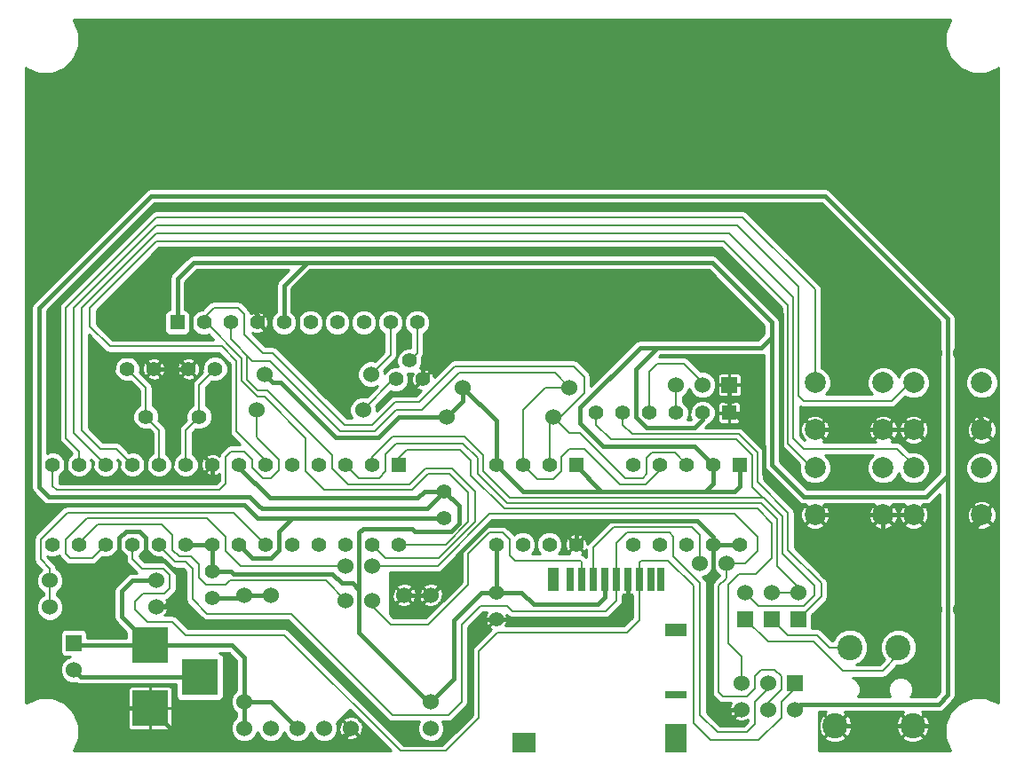
<source format=gbl>
G04 (created by PCBNEW (2013-jul-07)-stable) date 2015年01月22日 18時10分11秒*
%MOIN*%
G04 Gerber Fmt 3.4, Leading zero omitted, Abs format*
%FSLAX34Y34*%
G01*
G70*
G90*
G04 APERTURE LIST*
%ADD10C,0.006*%
%ADD11C,0.06*%
%ADD12R,0.055X0.055*%
%ADD13C,0.055*%
%ADD14R,0.06X0.06*%
%ADD15C,0.056*%
%ADD16R,0.0393701X0.0866142*%
%ADD17R,0.0275591X0.0866142*%
%ADD18R,0.0255906X0.0866142*%
%ADD19R,0.0787402X0.0472441*%
%ADD20R,0.0787402X0.0314961*%
%ADD21R,0.0787402X0.110236*%
%ADD22R,0.0905512X0.0748031*%
%ADD23R,0.1378X0.1378*%
%ADD24C,0.0787402*%
%ADD25C,0.0944882*%
%ADD26C,0.0551181*%
%ADD27C,0.016*%
%ADD28C,0.008*%
%ADD29C,0.01*%
G04 APERTURE END LIST*
G54D10*
G54D11*
X30300Y-55400D03*
X30300Y-54400D03*
X30300Y-50400D03*
X31300Y-55400D03*
X32300Y-55400D03*
X33300Y-55400D03*
X34300Y-55400D03*
X37300Y-55400D03*
X37300Y-50400D03*
X36300Y-50400D03*
X37300Y-54400D03*
X31300Y-50400D03*
G54D12*
X48500Y-43550D03*
G54D13*
X47500Y-43550D03*
X46500Y-43550D03*
X45500Y-43550D03*
X44500Y-43550D03*
X43500Y-43550D03*
G54D12*
X27783Y-40157D03*
G54D13*
X28783Y-40157D03*
X29783Y-40157D03*
X30783Y-40157D03*
X31783Y-40157D03*
X32783Y-40157D03*
X33783Y-40157D03*
X34783Y-40157D03*
X35783Y-40157D03*
X36783Y-40157D03*
G54D11*
X23000Y-49850D03*
X27000Y-49850D03*
X27000Y-50850D03*
X23000Y-50850D03*
X34750Y-43450D03*
X30750Y-43450D03*
X31050Y-42100D03*
X35050Y-42100D03*
X37900Y-43700D03*
X41900Y-43700D03*
X38500Y-42600D03*
X42500Y-42600D03*
G54D14*
X50950Y-53700D03*
G54D11*
X50950Y-54700D03*
X49950Y-53700D03*
X49950Y-54700D03*
X48950Y-53700D03*
X48950Y-54700D03*
G54D14*
X48500Y-42500D03*
G54D11*
X47500Y-42500D03*
X46500Y-42500D03*
G54D14*
X23900Y-52200D03*
G54D11*
X23900Y-53200D03*
G54D14*
X51100Y-51300D03*
G54D11*
X51100Y-50300D03*
G54D14*
X50100Y-51300D03*
G54D11*
X50100Y-50300D03*
G54D14*
X49100Y-51300D03*
G54D11*
X49100Y-50300D03*
G54D15*
X26600Y-43700D03*
X28600Y-43700D03*
G54D16*
X41909Y-49803D03*
G54D17*
X42519Y-49803D03*
X42952Y-49803D03*
X43385Y-49803D03*
X43818Y-49803D03*
X44251Y-49803D03*
X44685Y-49803D03*
X45118Y-49803D03*
G54D18*
X45551Y-49803D03*
X45925Y-49803D03*
G54D19*
X46496Y-51692D03*
G54D20*
X46496Y-54133D03*
G54D21*
X46496Y-55767D03*
G54D22*
X40787Y-55944D03*
G54D12*
X42750Y-45500D03*
G54D13*
X41750Y-45500D03*
X40750Y-45500D03*
X39750Y-45500D03*
X39750Y-48500D03*
X40750Y-48500D03*
X41750Y-48500D03*
X42750Y-48500D03*
X35100Y-45500D03*
X34100Y-45500D03*
X33100Y-45500D03*
X32100Y-45500D03*
X31100Y-45500D03*
X30100Y-45500D03*
X29100Y-45500D03*
X28100Y-45500D03*
X27100Y-45500D03*
X26100Y-45500D03*
X25100Y-45500D03*
X24100Y-45500D03*
X23100Y-45500D03*
G54D12*
X36100Y-45500D03*
G54D13*
X23100Y-48500D03*
X24100Y-48500D03*
X25100Y-48500D03*
X26100Y-48500D03*
X27100Y-48500D03*
X28100Y-48500D03*
X29100Y-48500D03*
X30100Y-48500D03*
X31100Y-48500D03*
X32100Y-48500D03*
X33100Y-48500D03*
X34100Y-48500D03*
X35100Y-48500D03*
X36100Y-48500D03*
G54D12*
X48900Y-45500D03*
G54D13*
X47900Y-45500D03*
X46900Y-45500D03*
X45900Y-45500D03*
X44900Y-45500D03*
X44900Y-48500D03*
X45900Y-48500D03*
X46900Y-48500D03*
X47900Y-48500D03*
X48900Y-48500D03*
X29200Y-41900D03*
X28200Y-41900D03*
X25900Y-41900D03*
X26900Y-41900D03*
X29100Y-50500D03*
X29100Y-49500D03*
X39750Y-51300D03*
X39750Y-50300D03*
X37800Y-47500D03*
X37800Y-46500D03*
G54D23*
X26771Y-52283D03*
X26771Y-54645D03*
X28621Y-53464D03*
G54D24*
X51720Y-47385D03*
X51720Y-45614D03*
X54279Y-45614D03*
X54279Y-47385D03*
X55420Y-47385D03*
X55420Y-45614D03*
X57979Y-45614D03*
X57979Y-47385D03*
X55420Y-44185D03*
X55420Y-42414D03*
X57979Y-42414D03*
X57979Y-44185D03*
X51720Y-44185D03*
X51720Y-42414D03*
X54279Y-42414D03*
X54279Y-44185D03*
G54D25*
X53031Y-52362D03*
X54842Y-52362D03*
X52480Y-55314D03*
X55393Y-55314D03*
G54D26*
X36496Y-41589D03*
X35996Y-42289D03*
X36996Y-42289D03*
G54D11*
X56200Y-41300D03*
X57200Y-41300D03*
X57200Y-50950D03*
X56200Y-50950D03*
X34100Y-50600D03*
X35100Y-50600D03*
X34100Y-49300D03*
X35100Y-49300D03*
X48400Y-49200D03*
X47400Y-49200D03*
G54D27*
X52100Y-35400D02*
X56700Y-40000D01*
X56700Y-45900D02*
X56700Y-45750D01*
X56700Y-40000D02*
X56700Y-45750D01*
X22600Y-39600D02*
X22600Y-46350D01*
X22600Y-46350D02*
X22950Y-46700D01*
X26800Y-35400D02*
X52100Y-35400D01*
X22600Y-39600D02*
X26800Y-35400D01*
X30800Y-47000D02*
X30950Y-47150D01*
X30500Y-46700D02*
X30800Y-47000D01*
X37150Y-47150D02*
X37800Y-46500D01*
X30950Y-47150D02*
X37150Y-47150D01*
X22950Y-46700D02*
X30500Y-46700D01*
X50950Y-54700D02*
X51150Y-54500D01*
X56700Y-54150D02*
X56350Y-54500D01*
X56350Y-54500D02*
X52100Y-54500D01*
X56700Y-54150D02*
X56700Y-45900D01*
X51150Y-54500D02*
X52100Y-54500D01*
X31783Y-40157D02*
X31783Y-38766D01*
X31783Y-38766D02*
X32650Y-37900D01*
X39750Y-45500D02*
X39750Y-43850D01*
X39750Y-43850D02*
X38500Y-42600D01*
X31650Y-42400D02*
X31350Y-42400D01*
X36100Y-43700D02*
X35325Y-44475D01*
X35325Y-44475D02*
X33725Y-44475D01*
X33725Y-44475D02*
X31650Y-42400D01*
X37900Y-43700D02*
X36100Y-43700D01*
X31350Y-42400D02*
X31050Y-42100D01*
X29100Y-49500D02*
X29800Y-49500D01*
X34350Y-49950D02*
X34600Y-50200D01*
X33950Y-49950D02*
X34350Y-49950D01*
X33600Y-49600D02*
X33950Y-49950D01*
X29900Y-49600D02*
X33600Y-49600D01*
X29800Y-49500D02*
X29900Y-49600D01*
X47900Y-45500D02*
X47200Y-44800D01*
X45150Y-41100D02*
X45800Y-41100D01*
X42900Y-43350D02*
X45150Y-41100D01*
X42900Y-43950D02*
X42900Y-43350D01*
X43750Y-44800D02*
X42900Y-43950D01*
X47200Y-44800D02*
X43750Y-44800D01*
X47500Y-43550D02*
X47500Y-43800D01*
X47500Y-43800D02*
X47200Y-44100D01*
X47200Y-44100D02*
X45400Y-44100D01*
X45400Y-44100D02*
X45000Y-43700D01*
X45000Y-43700D02*
X45000Y-41900D01*
X45000Y-41900D02*
X45800Y-41100D01*
X49700Y-41100D02*
X50100Y-40700D01*
X45800Y-41100D02*
X49700Y-41100D01*
X37300Y-54400D02*
X37200Y-54400D01*
X37200Y-54400D02*
X34600Y-51800D01*
X34600Y-50200D02*
X34600Y-51800D01*
X37800Y-46500D02*
X37800Y-46500D01*
X34600Y-49200D02*
X34600Y-48350D01*
X34600Y-48050D02*
X34600Y-48350D01*
X34750Y-47900D02*
X34600Y-48050D01*
X36600Y-47900D02*
X34750Y-47900D01*
X36700Y-48000D02*
X36600Y-47900D01*
X38050Y-48000D02*
X36700Y-48000D01*
X38349Y-47700D02*
X38050Y-48000D01*
X38349Y-47050D02*
X38349Y-47700D01*
X37800Y-46500D02*
X38349Y-47050D01*
X34600Y-49200D02*
X34600Y-50200D01*
X38150Y-51350D02*
X38150Y-53550D01*
X39750Y-50300D02*
X39200Y-50300D01*
X38225Y-51275D02*
X38150Y-51350D01*
X39200Y-50300D02*
X38225Y-51275D01*
X38150Y-53550D02*
X37300Y-54400D01*
X42750Y-45500D02*
X42750Y-45550D01*
X42750Y-45550D02*
X43700Y-46500D01*
X43500Y-46500D02*
X40750Y-46500D01*
X40750Y-46500D02*
X39750Y-45500D01*
X56700Y-45900D02*
X55900Y-46700D01*
X50100Y-40150D02*
X50100Y-40700D01*
X50100Y-40700D02*
X50100Y-42600D01*
X50100Y-42600D02*
X50100Y-45500D01*
X55750Y-46700D02*
X51300Y-46700D01*
X28400Y-37900D02*
X27783Y-38516D01*
X27783Y-38516D02*
X27783Y-40157D01*
X50100Y-40150D02*
X47850Y-37900D01*
X47850Y-37900D02*
X32650Y-37900D01*
X32650Y-37900D02*
X30440Y-37900D01*
X30440Y-37900D02*
X28400Y-37900D01*
X50100Y-45500D02*
X51300Y-46700D01*
X55750Y-46700D02*
X55900Y-46700D01*
X38500Y-42600D02*
X38500Y-43100D01*
X38500Y-43100D02*
X37900Y-43700D01*
X39750Y-48500D02*
X39750Y-50300D01*
X30100Y-45500D02*
X30100Y-45600D01*
X37050Y-46500D02*
X37800Y-46500D01*
X36800Y-46750D02*
X37050Y-46500D01*
X31250Y-46750D02*
X36800Y-46750D01*
X30100Y-45600D02*
X31250Y-46750D01*
X47900Y-45500D02*
X47900Y-46200D01*
X47900Y-46200D02*
X47600Y-46500D01*
X47500Y-46500D02*
X47600Y-46500D01*
X47600Y-46500D02*
X48700Y-46500D01*
X47500Y-46500D02*
X46900Y-46500D01*
X46900Y-46500D02*
X43700Y-46500D01*
X43700Y-46500D02*
X43500Y-46500D01*
X48900Y-46300D02*
X48900Y-45500D01*
X48700Y-46500D02*
X48900Y-46300D01*
X39750Y-50300D02*
X40700Y-50300D01*
X43818Y-50481D02*
X43818Y-49803D01*
X43550Y-50750D02*
X43818Y-50481D01*
X41150Y-50750D02*
X43550Y-50750D01*
X40700Y-50300D02*
X41150Y-50750D01*
X28100Y-48500D02*
X29100Y-48500D01*
X29100Y-48500D02*
X29100Y-49500D01*
X26771Y-52283D02*
X25700Y-51211D01*
X26100Y-49850D02*
X27000Y-49850D01*
X25700Y-50250D02*
X26100Y-49850D01*
X25700Y-51211D02*
X25700Y-50250D01*
X30300Y-54400D02*
X31300Y-54400D01*
X31300Y-54400D02*
X32300Y-55400D01*
X26771Y-52283D02*
X23983Y-52283D01*
X23983Y-52283D02*
X23900Y-52200D01*
X30300Y-54400D02*
X30300Y-52740D01*
X29842Y-52283D02*
X26771Y-52283D01*
X30300Y-52740D02*
X29842Y-52283D01*
X30300Y-54400D02*
X30300Y-55400D01*
G54D28*
X50800Y-51900D02*
X50700Y-51900D01*
X52262Y-52362D02*
X51800Y-51900D01*
X51800Y-51900D02*
X50800Y-51900D01*
X53031Y-52362D02*
X52262Y-52362D01*
X50700Y-51900D02*
X50100Y-51300D01*
X50050Y-52150D02*
X49950Y-52150D01*
X54842Y-52657D02*
X54250Y-53250D01*
X54250Y-53250D02*
X52750Y-53250D01*
X52750Y-53250D02*
X51650Y-52150D01*
X51650Y-52150D02*
X50050Y-52150D01*
X54842Y-52362D02*
X54842Y-52657D01*
X49950Y-52150D02*
X49100Y-51300D01*
X23000Y-49850D02*
X23000Y-49400D01*
X29900Y-47300D02*
X31100Y-48500D01*
X22650Y-48300D02*
X22650Y-49050D01*
X23650Y-47300D02*
X22650Y-48300D01*
X29900Y-47300D02*
X23650Y-47300D01*
X23000Y-49400D02*
X22650Y-49050D01*
X23000Y-50850D02*
X23000Y-49850D01*
X31100Y-48500D02*
X30900Y-48500D01*
X46500Y-42500D02*
X46500Y-43550D01*
X47500Y-42500D02*
X47500Y-42400D01*
X45500Y-42000D02*
X45500Y-43550D01*
X45800Y-41700D02*
X45500Y-42000D01*
X46800Y-41700D02*
X45800Y-41700D01*
X47500Y-42400D02*
X46800Y-41700D01*
X50900Y-44500D02*
X50900Y-39200D01*
X55420Y-45614D02*
X55420Y-45520D01*
X55420Y-45520D02*
X54800Y-44900D01*
X54800Y-44900D02*
X51300Y-44900D01*
X51300Y-44900D02*
X50900Y-44500D01*
X25500Y-44900D02*
X26100Y-45500D01*
X24900Y-44900D02*
X25500Y-44900D01*
X24200Y-44200D02*
X24900Y-44900D01*
X24200Y-39600D02*
X24200Y-44200D01*
X27000Y-36800D02*
X24200Y-39600D01*
X48500Y-36800D02*
X27000Y-36800D01*
X50900Y-39200D02*
X48500Y-36800D01*
X51100Y-51300D02*
X51950Y-50450D01*
X49550Y-46150D02*
X49550Y-45050D01*
X49550Y-45050D02*
X48850Y-44350D01*
X50700Y-48700D02*
X51950Y-49950D01*
X50700Y-47300D02*
X50700Y-48700D01*
X50700Y-47300D02*
X49550Y-46150D01*
X44500Y-44000D02*
X44500Y-43550D01*
X44850Y-44350D02*
X44500Y-44000D01*
X44850Y-44350D02*
X48850Y-44350D01*
X51950Y-50450D02*
X51950Y-49950D01*
X43050Y-42800D02*
X42150Y-43700D01*
X28783Y-39966D02*
X29150Y-39600D01*
X29150Y-39600D02*
X30050Y-39600D01*
X30050Y-39600D02*
X30300Y-39850D01*
X30300Y-39850D02*
X30300Y-40600D01*
X30300Y-40600D02*
X31000Y-41300D01*
X31000Y-41300D02*
X31350Y-41300D01*
X31350Y-41300D02*
X34050Y-44000D01*
X34050Y-44000D02*
X35100Y-44000D01*
X35100Y-44000D02*
X35950Y-43150D01*
X35950Y-43150D02*
X36850Y-43150D01*
X36850Y-43150D02*
X38200Y-41800D01*
X38200Y-41800D02*
X42650Y-41800D01*
X42650Y-41800D02*
X43050Y-42200D01*
X43050Y-42200D02*
X43050Y-42800D01*
X28783Y-40157D02*
X28783Y-39966D01*
X42150Y-43700D02*
X41900Y-43700D01*
X31050Y-42950D02*
X32600Y-44500D01*
X38700Y-46550D02*
X38700Y-47650D01*
X38700Y-47650D02*
X37850Y-48500D01*
X36100Y-48500D02*
X37850Y-48500D01*
X32600Y-44500D02*
X32600Y-45750D01*
X38000Y-45850D02*
X38700Y-46550D01*
X37200Y-45850D02*
X38000Y-45850D01*
X36600Y-46450D02*
X37200Y-45850D01*
X33300Y-46450D02*
X36600Y-46450D01*
X32600Y-45750D02*
X33300Y-46450D01*
X30200Y-41500D02*
X30200Y-42350D01*
X28857Y-40157D02*
X28783Y-40157D01*
X28857Y-40157D02*
X30200Y-41500D01*
X30800Y-42950D02*
X31050Y-42950D01*
X30200Y-42350D02*
X30800Y-42950D01*
X42900Y-44300D02*
X42500Y-44300D01*
X42500Y-44300D02*
X41900Y-43700D01*
X46900Y-45500D02*
X46450Y-45050D01*
X45600Y-45050D02*
X46450Y-45050D01*
X45400Y-45250D02*
X45600Y-45050D01*
X45400Y-45850D02*
X45400Y-45250D01*
X45250Y-46000D02*
X45400Y-45850D01*
X44600Y-46000D02*
X45250Y-46000D01*
X42900Y-44300D02*
X44600Y-46000D01*
X41750Y-45500D02*
X41750Y-43850D01*
X41750Y-43850D02*
X41900Y-43700D01*
X42500Y-42600D02*
X41950Y-42050D01*
X30600Y-41600D02*
X30400Y-41400D01*
X31250Y-41600D02*
X30600Y-41600D01*
X33900Y-44250D02*
X31250Y-41600D01*
X35200Y-44250D02*
X33900Y-44250D01*
X36000Y-43450D02*
X35200Y-44250D01*
X36950Y-43450D02*
X36000Y-43450D01*
X38350Y-42050D02*
X36950Y-43450D01*
X41950Y-42050D02*
X38350Y-42050D01*
X40750Y-45500D02*
X40750Y-43450D01*
X41600Y-42600D02*
X42500Y-42600D01*
X40750Y-43450D02*
X41600Y-42600D01*
X43050Y-44900D02*
X42500Y-44900D01*
X44400Y-46250D02*
X43050Y-44900D01*
X45350Y-46250D02*
X44400Y-46250D01*
X45900Y-45700D02*
X45350Y-46250D01*
X45900Y-45500D02*
X45900Y-45700D01*
X41300Y-46050D02*
X40750Y-45500D01*
X41900Y-46050D02*
X41300Y-46050D01*
X42200Y-45750D02*
X41900Y-46050D01*
X42200Y-45200D02*
X42200Y-45750D01*
X42500Y-44900D02*
X42200Y-45200D01*
X38950Y-47650D02*
X38950Y-46500D01*
X38950Y-47650D02*
X37600Y-49000D01*
X37600Y-49000D02*
X35600Y-49000D01*
X35100Y-48500D02*
X35600Y-49000D01*
X38100Y-45650D02*
X38950Y-46500D01*
X37100Y-45650D02*
X38100Y-45650D01*
X36500Y-46250D02*
X37100Y-45650D01*
X34200Y-46250D02*
X36500Y-46250D01*
X33600Y-45650D02*
X34200Y-46250D01*
X33600Y-45150D02*
X33600Y-45650D01*
X31150Y-42700D02*
X33600Y-45150D01*
X30800Y-42700D02*
X31150Y-42700D01*
X30400Y-42300D02*
X30800Y-42700D01*
X30400Y-41400D02*
X30400Y-42300D01*
X29950Y-40950D02*
X30400Y-41400D01*
X29783Y-40783D02*
X29950Y-40950D01*
X29783Y-40783D02*
X29783Y-40157D01*
X42500Y-42600D02*
X42400Y-42600D01*
X51100Y-42900D02*
X51100Y-38800D01*
X55420Y-42414D02*
X55285Y-42414D01*
X55285Y-42414D02*
X54600Y-43100D01*
X54600Y-43100D02*
X51300Y-43100D01*
X51300Y-43100D02*
X51100Y-42900D01*
X23900Y-44300D02*
X25100Y-45500D01*
X23900Y-39600D02*
X23900Y-44300D01*
X27000Y-36500D02*
X23900Y-39600D01*
X48800Y-36500D02*
X27000Y-36500D01*
X51100Y-38800D02*
X48800Y-36500D01*
X24100Y-45500D02*
X24100Y-45000D01*
X51720Y-38920D02*
X49000Y-36200D01*
X23600Y-39600D02*
X23600Y-44500D01*
X23600Y-39600D02*
X27000Y-36200D01*
X27000Y-36200D02*
X49000Y-36200D01*
X51720Y-38920D02*
X51720Y-42414D01*
X24100Y-45000D02*
X23600Y-44500D01*
X25250Y-41050D02*
X24500Y-40300D01*
X50700Y-44700D02*
X51614Y-45614D01*
X51720Y-45614D02*
X51614Y-45614D01*
X24500Y-39600D02*
X27000Y-37100D01*
X27000Y-37100D02*
X48300Y-37100D01*
X48300Y-37100D02*
X50700Y-39500D01*
X50700Y-39500D02*
X50700Y-44643D01*
X50700Y-44643D02*
X50700Y-44700D01*
X31100Y-45350D02*
X30000Y-44250D01*
X30000Y-44250D02*
X30000Y-41600D01*
X30000Y-41600D02*
X29450Y-41050D01*
X29450Y-41050D02*
X25250Y-41050D01*
X31100Y-45350D02*
X31100Y-45500D01*
X24500Y-40300D02*
X24500Y-39600D01*
X50500Y-48850D02*
X51700Y-50050D01*
X50500Y-47450D02*
X50500Y-48850D01*
X49800Y-46750D02*
X50500Y-47450D01*
X49600Y-50800D02*
X49100Y-50300D01*
X51300Y-50800D02*
X49600Y-50800D01*
X51700Y-50400D02*
X51300Y-50800D01*
X51700Y-50050D02*
X51700Y-50400D01*
X44050Y-44550D02*
X48750Y-44550D01*
X44050Y-44550D02*
X43500Y-44000D01*
X43500Y-43550D02*
X43500Y-44000D01*
X49750Y-46750D02*
X49800Y-46750D01*
X49350Y-45150D02*
X48750Y-44550D01*
X49350Y-46350D02*
X49350Y-45150D01*
X49750Y-46750D02*
X49350Y-46350D01*
X35100Y-45500D02*
X35100Y-45200D01*
X39250Y-45750D02*
X40250Y-46750D01*
X39250Y-45150D02*
X39250Y-45750D01*
X38550Y-44450D02*
X39250Y-45150D01*
X35850Y-44450D02*
X38550Y-44450D01*
X35100Y-45200D02*
X35850Y-44450D01*
X47250Y-46750D02*
X49800Y-46750D01*
X47250Y-46750D02*
X40250Y-46750D01*
G54D27*
X37800Y-39950D02*
X37800Y-41137D01*
X37800Y-39950D02*
X37250Y-39400D01*
X37250Y-39400D02*
X32650Y-39400D01*
X32650Y-39400D02*
X32300Y-39750D01*
X32300Y-39750D02*
X32300Y-40450D01*
X32300Y-40450D02*
X32000Y-40750D01*
X32000Y-40750D02*
X31375Y-40750D01*
X30783Y-40157D02*
X31375Y-40750D01*
X36996Y-41940D02*
X36996Y-42289D01*
X37800Y-41137D02*
X36996Y-41940D01*
X55420Y-47385D02*
X56200Y-48165D01*
X57200Y-50950D02*
X57300Y-50950D01*
X56200Y-48165D02*
X56200Y-50950D01*
X47700Y-50300D02*
X47700Y-50050D01*
X48150Y-54700D02*
X47700Y-54250D01*
X47700Y-54250D02*
X47700Y-50300D01*
X48950Y-54700D02*
X48150Y-54700D01*
X47900Y-49850D02*
X47900Y-48500D01*
X47700Y-50050D02*
X47900Y-49850D01*
X42750Y-48500D02*
X42750Y-48000D01*
X42750Y-48000D02*
X42350Y-47600D01*
X47300Y-47600D02*
X47900Y-48200D01*
X47300Y-47600D02*
X42350Y-47600D01*
X42350Y-47600D02*
X39600Y-47600D01*
X37300Y-50400D02*
X38300Y-49400D01*
X38300Y-48900D02*
X38300Y-49400D01*
X39600Y-47600D02*
X38300Y-48900D01*
X47900Y-48200D02*
X47900Y-48500D01*
X30783Y-40157D02*
X30783Y-39883D01*
X56250Y-45015D02*
X55420Y-44185D01*
X56250Y-45700D02*
X56250Y-45015D01*
X55650Y-46300D02*
X56250Y-45700D01*
X51500Y-46300D02*
X55650Y-46300D01*
X50450Y-45250D02*
X51500Y-46300D01*
X50450Y-39850D02*
X50450Y-45250D01*
X48150Y-37550D02*
X50450Y-39850D01*
X27700Y-37550D02*
X48150Y-37550D01*
X26950Y-38300D02*
X27700Y-37550D01*
X26950Y-40450D02*
X26950Y-38300D01*
X27250Y-40750D02*
X26950Y-40450D01*
X28050Y-40750D02*
X27250Y-40750D01*
X28300Y-40500D02*
X28050Y-40750D01*
X28300Y-39650D02*
X28300Y-40500D01*
X28750Y-39200D02*
X28300Y-39650D01*
X30100Y-39200D02*
X28750Y-39200D01*
X30783Y-39883D02*
X30100Y-39200D01*
X26900Y-41900D02*
X26400Y-41400D01*
X26600Y-45850D02*
X26450Y-46000D01*
X26600Y-45000D02*
X26600Y-45850D01*
X24800Y-43200D02*
X26600Y-45000D01*
X24800Y-41850D02*
X24800Y-43200D01*
X25250Y-41400D02*
X24800Y-41850D01*
X26400Y-41400D02*
X25250Y-41400D01*
X22200Y-47800D02*
X22200Y-51000D01*
X22200Y-51000D02*
X23200Y-52000D01*
X57300Y-41200D02*
X57300Y-39800D01*
X57300Y-43100D02*
X57300Y-41200D01*
X30300Y-47000D02*
X30800Y-47500D01*
X30800Y-47500D02*
X32100Y-47500D01*
X22200Y-38900D02*
X22200Y-47800D01*
X22200Y-47800D02*
X23000Y-47000D01*
X30300Y-47000D02*
X23000Y-47000D01*
X22200Y-36800D02*
X22200Y-38900D01*
X24800Y-34200D02*
X22200Y-36800D01*
X51700Y-34200D02*
X24800Y-34200D01*
X57300Y-39800D02*
X51700Y-34200D01*
X51720Y-44185D02*
X54279Y-44185D01*
X51720Y-47385D02*
X54279Y-47385D01*
X57979Y-44185D02*
X57979Y-43779D01*
X57979Y-43779D02*
X57300Y-43100D01*
X57979Y-47385D02*
X57979Y-47620D01*
X57979Y-47620D02*
X57300Y-48300D01*
X27000Y-50850D02*
X27300Y-50850D01*
X27300Y-50850D02*
X27900Y-50250D01*
X27900Y-50250D02*
X27900Y-49700D01*
X27900Y-49700D02*
X27300Y-49100D01*
X27300Y-49100D02*
X26800Y-49100D01*
X26800Y-49100D02*
X26600Y-48900D01*
X26600Y-48900D02*
X26600Y-48250D01*
X26600Y-48250D02*
X26350Y-48000D01*
X26350Y-48000D02*
X25850Y-48000D01*
X25850Y-48000D02*
X25600Y-48250D01*
X25600Y-48250D02*
X25600Y-49200D01*
X25600Y-49200D02*
X23200Y-51600D01*
X23200Y-51600D02*
X23200Y-52000D01*
X24345Y-54645D02*
X26771Y-54645D01*
X23200Y-52000D02*
X23200Y-53500D01*
X23200Y-53500D02*
X24345Y-54645D01*
X28300Y-51500D02*
X27650Y-50850D01*
X31800Y-51500D02*
X28300Y-51500D01*
X39400Y-51300D02*
X38800Y-51900D01*
X38800Y-51900D02*
X38800Y-54900D01*
X38800Y-54900D02*
X37700Y-56000D01*
X37700Y-56000D02*
X36300Y-56000D01*
X36300Y-56000D02*
X31800Y-51500D01*
X39750Y-51300D02*
X39400Y-51300D01*
X27650Y-50850D02*
X27000Y-50850D01*
X37800Y-47500D02*
X32100Y-47500D01*
X30600Y-49000D02*
X30100Y-48500D01*
X31300Y-49000D02*
X30600Y-49000D01*
X31600Y-48700D02*
X31300Y-49000D01*
X31600Y-48000D02*
X31600Y-48700D01*
X32100Y-47500D02*
X31600Y-48000D01*
X54279Y-47385D02*
X54279Y-48020D01*
X49800Y-44800D02*
X48550Y-43400D01*
X49800Y-45849D02*
X49800Y-44800D01*
X51000Y-47049D02*
X49800Y-45849D01*
X51000Y-47700D02*
X51000Y-47049D01*
X51600Y-48300D02*
X51000Y-47700D01*
X54000Y-48300D02*
X51600Y-48300D01*
X54279Y-48020D02*
X54000Y-48300D01*
X48500Y-42500D02*
X48500Y-43550D01*
X54279Y-47385D02*
X55420Y-47385D01*
X23100Y-40100D02*
X23100Y-39700D01*
X23100Y-39700D02*
X27000Y-35800D01*
X27000Y-35800D02*
X51700Y-35800D01*
X51700Y-35800D02*
X56200Y-40300D01*
X56200Y-40300D02*
X56200Y-41300D01*
X56200Y-41300D02*
X56200Y-43406D01*
X56200Y-43406D02*
X55420Y-44185D01*
X23100Y-44600D02*
X23100Y-40100D01*
X23600Y-45100D02*
X23100Y-44600D01*
X23600Y-45900D02*
X23600Y-45100D01*
X23700Y-46000D02*
X23600Y-45900D01*
X26450Y-46000D02*
X23700Y-46000D01*
X29100Y-45900D02*
X29000Y-46000D01*
X29100Y-45500D02*
X29100Y-45900D01*
X29000Y-46000D02*
X26450Y-46000D01*
X54279Y-44185D02*
X55420Y-44185D01*
X37300Y-50400D02*
X36300Y-50400D01*
X56085Y-55314D02*
X55393Y-55314D01*
X57300Y-50950D02*
X57300Y-54100D01*
X57300Y-54100D02*
X56085Y-55314D01*
X31300Y-50400D02*
X30300Y-50400D01*
X30300Y-50400D02*
X30200Y-50500D01*
X30200Y-50500D02*
X29100Y-50500D01*
X34300Y-55400D02*
X34300Y-55500D01*
X28226Y-56100D02*
X26771Y-54645D01*
X33700Y-56100D02*
X28226Y-56100D01*
X34300Y-55500D02*
X33700Y-56100D01*
X47900Y-48500D02*
X48900Y-48500D01*
X55393Y-55314D02*
X52480Y-55314D01*
X30100Y-48500D02*
X30100Y-48450D01*
X37750Y-47550D02*
X37800Y-47500D01*
X39750Y-51300D02*
X44150Y-51300D01*
X44685Y-50764D02*
X44685Y-49803D01*
X44150Y-51300D02*
X44685Y-50764D01*
X26900Y-41900D02*
X28200Y-41900D01*
X57300Y-43100D02*
X57300Y-48300D01*
X57300Y-48300D02*
X57300Y-50950D01*
G54D28*
X46400Y-48950D02*
X47400Y-49950D01*
X49950Y-53700D02*
X49950Y-53900D01*
X46400Y-48950D02*
X46400Y-48200D01*
X46400Y-48200D02*
X46250Y-48050D01*
X46250Y-48050D02*
X44650Y-48050D01*
X44650Y-48050D02*
X44251Y-48448D01*
X44251Y-48448D02*
X44251Y-49803D01*
X48050Y-55550D02*
X47400Y-54900D01*
X49150Y-55550D02*
X48050Y-55550D01*
X49450Y-55250D02*
X49150Y-55550D01*
X49450Y-54400D02*
X49450Y-55250D01*
X49950Y-53900D02*
X49450Y-54400D01*
X47400Y-54900D02*
X47400Y-49950D01*
X38450Y-54400D02*
X37950Y-54900D01*
X28900Y-51100D02*
X28350Y-50550D01*
X28350Y-50550D02*
X28350Y-49400D01*
X28350Y-49400D02*
X28100Y-49150D01*
X28100Y-49150D02*
X27700Y-49150D01*
X27700Y-49150D02*
X27100Y-48550D01*
X27100Y-48500D02*
X27100Y-48550D01*
X44251Y-50598D02*
X43850Y-51000D01*
X43850Y-51000D02*
X40350Y-51000D01*
X40350Y-51000D02*
X40150Y-50800D01*
X40150Y-50800D02*
X39150Y-50800D01*
X39150Y-50800D02*
X38450Y-51500D01*
X38450Y-51500D02*
X38450Y-54400D01*
X44251Y-50598D02*
X44251Y-49803D01*
X32050Y-51100D02*
X29000Y-51100D01*
X29000Y-51100D02*
X28900Y-51100D01*
X35850Y-54900D02*
X32050Y-51100D01*
X37950Y-54900D02*
X35850Y-54900D01*
G54D27*
X28621Y-53464D02*
X24164Y-53464D01*
X24164Y-53464D02*
X23900Y-53200D01*
G54D28*
X30800Y-44500D02*
X30750Y-44450D01*
X29600Y-46100D02*
X29600Y-46200D01*
X29600Y-45200D02*
X29800Y-45000D01*
X29800Y-45000D02*
X30300Y-45000D01*
X30300Y-45000D02*
X30600Y-45300D01*
X30600Y-45300D02*
X30600Y-45600D01*
X30600Y-45600D02*
X31000Y-46000D01*
X31000Y-46000D02*
X31300Y-46000D01*
X31300Y-46000D02*
X31600Y-45700D01*
X31600Y-45700D02*
X31600Y-45300D01*
X31600Y-45300D02*
X31100Y-44800D01*
X29600Y-46100D02*
X29600Y-45500D01*
X29600Y-45500D02*
X29600Y-45200D01*
X31100Y-44800D02*
X30800Y-44500D01*
X23100Y-45500D02*
X23100Y-46300D01*
X23250Y-46450D02*
X23100Y-46300D01*
X29350Y-46450D02*
X23250Y-46450D01*
X29600Y-46200D02*
X29350Y-46450D01*
X30750Y-44450D02*
X30750Y-43450D01*
X51100Y-50300D02*
X51100Y-50100D01*
X34600Y-46000D02*
X34100Y-45500D01*
X35350Y-46000D02*
X34600Y-46000D01*
X40150Y-46950D02*
X49700Y-46950D01*
X49700Y-46950D02*
X50300Y-47550D01*
X50300Y-47550D02*
X50300Y-49300D01*
X39050Y-45250D02*
X38500Y-44700D01*
X38500Y-44700D02*
X36000Y-44700D01*
X36000Y-44700D02*
X35600Y-45100D01*
X39050Y-45250D02*
X39050Y-45850D01*
X39050Y-45850D02*
X40150Y-46950D01*
X35600Y-45750D02*
X35350Y-46000D01*
X35600Y-45100D02*
X35600Y-45750D01*
X51100Y-50100D02*
X50300Y-49300D01*
X51100Y-50300D02*
X50100Y-50300D01*
X35996Y-42289D02*
X35910Y-42289D01*
X35910Y-42289D02*
X34750Y-43450D01*
X48450Y-52200D02*
X48950Y-52700D01*
X48450Y-52200D02*
X48450Y-50000D01*
X48450Y-50000D02*
X48850Y-49600D01*
X48850Y-49600D02*
X49500Y-49600D01*
X49500Y-49600D02*
X50100Y-49000D01*
X50100Y-49000D02*
X50100Y-47700D01*
X50100Y-47700D02*
X49550Y-47150D01*
X49550Y-47150D02*
X40050Y-47150D01*
X40050Y-47150D02*
X38800Y-45900D01*
X38800Y-45900D02*
X38800Y-45350D01*
X38800Y-45350D02*
X38400Y-44950D01*
X38400Y-44950D02*
X36400Y-44950D01*
X36400Y-44950D02*
X36100Y-45250D01*
X36100Y-45500D02*
X36100Y-45250D01*
X48950Y-52700D02*
X48950Y-53700D01*
X27100Y-45500D02*
X27100Y-44200D01*
X27100Y-44200D02*
X26600Y-43700D01*
X26600Y-43700D02*
X26600Y-42600D01*
X26600Y-42600D02*
X25900Y-41900D01*
X28100Y-45500D02*
X28100Y-44200D01*
X28100Y-44200D02*
X28600Y-43700D01*
X28600Y-43700D02*
X28600Y-42500D01*
X28600Y-42500D02*
X29200Y-41900D01*
X29750Y-49850D02*
X33350Y-49850D01*
X35100Y-50600D02*
X35100Y-50700D01*
X35100Y-50700D02*
X35100Y-50800D01*
X35100Y-50800D02*
X35800Y-51500D01*
X35800Y-51500D02*
X37200Y-51500D01*
X37200Y-51500D02*
X37300Y-51400D01*
X24100Y-48500D02*
X24100Y-48450D01*
X28850Y-50000D02*
X29600Y-50000D01*
X28600Y-49750D02*
X28850Y-50000D01*
X28600Y-49250D02*
X28600Y-49750D01*
X28300Y-48950D02*
X28600Y-49250D01*
X27850Y-48950D02*
X28300Y-48950D01*
X27600Y-48700D02*
X27850Y-48950D01*
X27600Y-48150D02*
X27600Y-48700D01*
X27200Y-47750D02*
X27600Y-48150D01*
X24800Y-47750D02*
X27200Y-47750D01*
X24100Y-48450D02*
X24800Y-47750D01*
X42952Y-49152D02*
X42952Y-49803D01*
X42952Y-49152D02*
X42900Y-49100D01*
X42900Y-49100D02*
X40450Y-49100D01*
X40450Y-49100D02*
X40250Y-48900D01*
X40250Y-48900D02*
X40250Y-48300D01*
X40250Y-48300D02*
X40000Y-48050D01*
X40000Y-48050D02*
X39500Y-48050D01*
X39500Y-48050D02*
X38700Y-48850D01*
X38700Y-48850D02*
X38700Y-50000D01*
X38700Y-50000D02*
X37300Y-51400D01*
X29600Y-50000D02*
X29750Y-49850D01*
X33350Y-49850D02*
X34100Y-50600D01*
X48350Y-49800D02*
X48400Y-49750D01*
X48100Y-50050D02*
X48350Y-49800D01*
X49950Y-54700D02*
X49950Y-54450D01*
X48100Y-54050D02*
X48100Y-53150D01*
X48250Y-54200D02*
X48100Y-54050D01*
X49150Y-54200D02*
X48250Y-54200D01*
X49450Y-53900D02*
X49150Y-54200D01*
X49450Y-53450D02*
X49450Y-53900D01*
X49700Y-53200D02*
X49450Y-53450D01*
X50200Y-53200D02*
X49700Y-53200D01*
X50450Y-53450D02*
X50200Y-53200D01*
X50450Y-53950D02*
X50450Y-53450D01*
X49950Y-54450D02*
X50450Y-53950D01*
X48100Y-53150D02*
X48100Y-50050D01*
X48400Y-49750D02*
X48400Y-49200D01*
X49200Y-49100D02*
X49100Y-49200D01*
X37550Y-49300D02*
X35100Y-49300D01*
X30150Y-49300D02*
X29600Y-48750D01*
X24600Y-49000D02*
X23750Y-49000D01*
X23750Y-49000D02*
X23600Y-48850D01*
X23600Y-48850D02*
X23600Y-48300D01*
X23600Y-48300D02*
X24400Y-47500D01*
X24400Y-47500D02*
X28900Y-47500D01*
X28900Y-47500D02*
X29600Y-48200D01*
X29600Y-48200D02*
X29600Y-48750D01*
X25100Y-48500D02*
X24600Y-49000D01*
X34100Y-49300D02*
X30150Y-49300D01*
X49550Y-48750D02*
X49200Y-49100D01*
X49550Y-48200D02*
X49550Y-48750D01*
X48700Y-47350D02*
X49550Y-48200D01*
X39500Y-47350D02*
X48700Y-47350D01*
X39500Y-47350D02*
X37550Y-49300D01*
X47400Y-49200D02*
X47400Y-48900D01*
X47400Y-48900D02*
X47400Y-48150D01*
X43385Y-48614D02*
X43385Y-49803D01*
X44150Y-47850D02*
X43385Y-48614D01*
X47100Y-47850D02*
X44150Y-47850D01*
X47400Y-48150D02*
X47100Y-47850D01*
X49100Y-49200D02*
X48400Y-49200D01*
X50950Y-53700D02*
X50950Y-53900D01*
X45118Y-49181D02*
X45118Y-49803D01*
X45200Y-49100D02*
X45118Y-49181D01*
X46200Y-49100D02*
X45200Y-49100D01*
X47150Y-50050D02*
X46200Y-49100D01*
X47150Y-51400D02*
X47150Y-50050D01*
X47150Y-53900D02*
X47150Y-51400D01*
X47150Y-55200D02*
X47150Y-53900D01*
X47800Y-55850D02*
X47150Y-55200D01*
X49600Y-55850D02*
X47800Y-55850D01*
X50450Y-55000D02*
X49600Y-55850D01*
X50450Y-54400D02*
X50450Y-55000D01*
X50950Y-53900D02*
X50450Y-54400D01*
X39800Y-51800D02*
X44650Y-51800D01*
X26650Y-51400D02*
X26200Y-50950D01*
X26200Y-50950D02*
X26200Y-50650D01*
X26200Y-50650D02*
X26500Y-50350D01*
X26500Y-50350D02*
X27300Y-50350D01*
X27300Y-50350D02*
X27500Y-50150D01*
X27500Y-50150D02*
X27500Y-49650D01*
X27500Y-49650D02*
X27250Y-49400D01*
X27250Y-49400D02*
X26450Y-49400D01*
X26450Y-49400D02*
X26100Y-49050D01*
X26100Y-48500D02*
X26100Y-49050D01*
X27100Y-51400D02*
X27600Y-51400D01*
X39100Y-52500D02*
X39100Y-55000D01*
X39400Y-52200D02*
X39100Y-52500D01*
X39800Y-51800D02*
X39400Y-52200D01*
X39100Y-55000D02*
X37850Y-56250D01*
X37850Y-56250D02*
X36150Y-56250D01*
X31800Y-51900D02*
X36150Y-56250D01*
X28100Y-51900D02*
X31800Y-51900D01*
X27600Y-51400D02*
X28100Y-51900D01*
X27100Y-51400D02*
X26650Y-51400D01*
X45118Y-50868D02*
X45118Y-51331D01*
X45118Y-51331D02*
X44650Y-51800D01*
X45118Y-50868D02*
X45118Y-49803D01*
X35783Y-40157D02*
X35783Y-41366D01*
X35783Y-41366D02*
X35050Y-42100D01*
X36783Y-40157D02*
X36783Y-41302D01*
X36783Y-41302D02*
X36496Y-41589D01*
G54D10*
G36*
X27018Y-50855D02*
X27005Y-50868D01*
X27000Y-50862D01*
X26994Y-50868D01*
X26981Y-50855D01*
X26987Y-50850D01*
X26981Y-50844D01*
X26994Y-50831D01*
X27000Y-50837D01*
X27005Y-50831D01*
X27018Y-50844D01*
X27012Y-50850D01*
X27018Y-50855D01*
X27018Y-50855D01*
G37*
G54D29*
X27018Y-50855D02*
X27005Y-50868D01*
X27000Y-50862D01*
X26994Y-50868D01*
X26981Y-50855D01*
X26987Y-50850D01*
X26981Y-50844D01*
X26994Y-50831D01*
X27000Y-50837D01*
X27005Y-50831D01*
X27018Y-50844D01*
X27012Y-50850D01*
X27018Y-50855D01*
G54D10*
G36*
X27405Y-49208D02*
X27345Y-49169D01*
X27250Y-49150D01*
X26553Y-49150D01*
X26350Y-48946D01*
X26350Y-48921D01*
X26374Y-48911D01*
X26510Y-48775D01*
X26584Y-48596D01*
X26585Y-48492D01*
X26615Y-48491D01*
X26614Y-48596D01*
X26688Y-48774D01*
X26824Y-48910D01*
X27003Y-48984D01*
X27181Y-48985D01*
X27405Y-49208D01*
X27405Y-49208D01*
G37*
G54D29*
X27405Y-49208D02*
X27345Y-49169D01*
X27250Y-49150D01*
X26553Y-49150D01*
X26350Y-48946D01*
X26350Y-48921D01*
X26374Y-48911D01*
X26510Y-48775D01*
X26584Y-48596D01*
X26585Y-48492D01*
X26615Y-48491D01*
X26614Y-48596D01*
X26688Y-48774D01*
X26824Y-48910D01*
X27003Y-48984D01*
X27181Y-48985D01*
X27405Y-49208D01*
G54D10*
G36*
X38508Y-48694D02*
X38469Y-48754D01*
X38450Y-48850D01*
X38450Y-49896D01*
X38250Y-50096D01*
X37751Y-50594D01*
X37629Y-50716D01*
X37604Y-50691D01*
X37676Y-50662D01*
X37748Y-50498D01*
X37751Y-50319D01*
X37686Y-50152D01*
X37676Y-50137D01*
X37604Y-50108D01*
X37591Y-50121D01*
X37591Y-50095D01*
X37562Y-50023D01*
X37398Y-49951D01*
X37219Y-49948D01*
X37052Y-50013D01*
X37037Y-50023D01*
X37008Y-50095D01*
X37300Y-50387D01*
X37591Y-50095D01*
X37591Y-50121D01*
X37312Y-50400D01*
X37318Y-50405D01*
X37305Y-50418D01*
X37300Y-50412D01*
X37287Y-50425D01*
X37287Y-50400D01*
X36995Y-50108D01*
X36923Y-50137D01*
X36851Y-50301D01*
X36848Y-50480D01*
X36913Y-50647D01*
X36923Y-50662D01*
X36995Y-50691D01*
X37287Y-50400D01*
X37287Y-50425D01*
X37008Y-50704D01*
X37037Y-50776D01*
X37201Y-50848D01*
X37380Y-50851D01*
X37547Y-50786D01*
X37562Y-50776D01*
X37591Y-50704D01*
X37591Y-50704D01*
X37616Y-50729D01*
X37591Y-50754D01*
X37123Y-51223D01*
X37096Y-51250D01*
X36751Y-51250D01*
X36751Y-50319D01*
X36686Y-50152D01*
X36676Y-50137D01*
X36604Y-50108D01*
X36591Y-50121D01*
X36591Y-50095D01*
X36562Y-50023D01*
X36398Y-49951D01*
X36219Y-49948D01*
X36052Y-50013D01*
X36037Y-50023D01*
X36008Y-50095D01*
X36300Y-50387D01*
X36591Y-50095D01*
X36591Y-50121D01*
X36312Y-50400D01*
X36604Y-50691D01*
X36676Y-50662D01*
X36748Y-50498D01*
X36751Y-50319D01*
X36751Y-51250D01*
X36591Y-51250D01*
X36591Y-50704D01*
X36300Y-50412D01*
X36287Y-50425D01*
X36287Y-50400D01*
X35995Y-50108D01*
X35923Y-50137D01*
X35851Y-50301D01*
X35848Y-50480D01*
X35913Y-50647D01*
X35923Y-50662D01*
X35995Y-50691D01*
X36287Y-50400D01*
X36287Y-50425D01*
X36008Y-50704D01*
X36037Y-50776D01*
X36201Y-50848D01*
X36380Y-50851D01*
X36547Y-50786D01*
X36562Y-50776D01*
X36591Y-50704D01*
X36591Y-51250D01*
X35903Y-51250D01*
X35750Y-51096D01*
X35750Y-49550D01*
X37550Y-49550D01*
X37645Y-49530D01*
X37726Y-49476D01*
X38250Y-48953D01*
X38508Y-48694D01*
X38508Y-48694D01*
G37*
G54D29*
X38508Y-48694D02*
X38469Y-48754D01*
X38450Y-48850D01*
X38450Y-49896D01*
X38250Y-50096D01*
X37751Y-50594D01*
X37629Y-50716D01*
X37604Y-50691D01*
X37676Y-50662D01*
X37748Y-50498D01*
X37751Y-50319D01*
X37686Y-50152D01*
X37676Y-50137D01*
X37604Y-50108D01*
X37591Y-50121D01*
X37591Y-50095D01*
X37562Y-50023D01*
X37398Y-49951D01*
X37219Y-49948D01*
X37052Y-50013D01*
X37037Y-50023D01*
X37008Y-50095D01*
X37300Y-50387D01*
X37591Y-50095D01*
X37591Y-50121D01*
X37312Y-50400D01*
X37318Y-50405D01*
X37305Y-50418D01*
X37300Y-50412D01*
X37287Y-50425D01*
X37287Y-50400D01*
X36995Y-50108D01*
X36923Y-50137D01*
X36851Y-50301D01*
X36848Y-50480D01*
X36913Y-50647D01*
X36923Y-50662D01*
X36995Y-50691D01*
X37287Y-50400D01*
X37287Y-50425D01*
X37008Y-50704D01*
X37037Y-50776D01*
X37201Y-50848D01*
X37380Y-50851D01*
X37547Y-50786D01*
X37562Y-50776D01*
X37591Y-50704D01*
X37591Y-50704D01*
X37616Y-50729D01*
X37591Y-50754D01*
X37123Y-51223D01*
X37096Y-51250D01*
X36751Y-51250D01*
X36751Y-50319D01*
X36686Y-50152D01*
X36676Y-50137D01*
X36604Y-50108D01*
X36591Y-50121D01*
X36591Y-50095D01*
X36562Y-50023D01*
X36398Y-49951D01*
X36219Y-49948D01*
X36052Y-50013D01*
X36037Y-50023D01*
X36008Y-50095D01*
X36300Y-50387D01*
X36591Y-50095D01*
X36591Y-50121D01*
X36312Y-50400D01*
X36604Y-50691D01*
X36676Y-50662D01*
X36748Y-50498D01*
X36751Y-50319D01*
X36751Y-51250D01*
X36591Y-51250D01*
X36591Y-50704D01*
X36300Y-50412D01*
X36287Y-50425D01*
X36287Y-50400D01*
X35995Y-50108D01*
X35923Y-50137D01*
X35851Y-50301D01*
X35848Y-50480D01*
X35913Y-50647D01*
X35923Y-50662D01*
X35995Y-50691D01*
X36287Y-50400D01*
X36287Y-50425D01*
X36008Y-50704D01*
X36037Y-50776D01*
X36201Y-50848D01*
X36380Y-50851D01*
X36547Y-50786D01*
X36562Y-50776D01*
X36591Y-50704D01*
X36591Y-51250D01*
X35903Y-51250D01*
X35750Y-51096D01*
X35750Y-49550D01*
X37550Y-49550D01*
X37645Y-49530D01*
X37726Y-49476D01*
X38250Y-48953D01*
X38508Y-48694D01*
G54D10*
G36*
X39768Y-51294D02*
X39762Y-51300D01*
X39768Y-51305D01*
X39755Y-51318D01*
X39750Y-51312D01*
X39476Y-51586D01*
X39502Y-51655D01*
X39563Y-51682D01*
X39223Y-52023D01*
X39223Y-52023D01*
X38923Y-52323D01*
X38869Y-52404D01*
X38850Y-52500D01*
X38850Y-54896D01*
X38250Y-55496D01*
X37746Y-56000D01*
X37150Y-56000D01*
X36253Y-56000D01*
X31976Y-51723D01*
X31895Y-51669D01*
X31800Y-51650D01*
X28203Y-51650D01*
X27776Y-51223D01*
X27695Y-51169D01*
X27650Y-51159D01*
X27600Y-51150D01*
X27312Y-51150D01*
X27304Y-51141D01*
X27376Y-51112D01*
X27448Y-50948D01*
X27451Y-50769D01*
X27386Y-50602D01*
X27376Y-50587D01*
X27371Y-50585D01*
X27395Y-50580D01*
X27476Y-50526D01*
X27650Y-50353D01*
X27676Y-50326D01*
X27676Y-50326D01*
X27676Y-50326D01*
X27709Y-50278D01*
X27730Y-50245D01*
X27730Y-50245D01*
X27750Y-50150D01*
X27750Y-49650D01*
X27730Y-49554D01*
X27730Y-49554D01*
X27676Y-49473D01*
X27676Y-49473D01*
X27650Y-49446D01*
X27544Y-49341D01*
X27571Y-49359D01*
X27604Y-49380D01*
X27604Y-49380D01*
X27650Y-49390D01*
X27700Y-49400D01*
X27996Y-49400D01*
X28100Y-49503D01*
X28100Y-50550D01*
X28119Y-50645D01*
X28173Y-50726D01*
X28723Y-51276D01*
X28804Y-51330D01*
X28804Y-51330D01*
X28900Y-51350D01*
X29000Y-51350D01*
X31946Y-51350D01*
X35673Y-55076D01*
X35754Y-55130D01*
X35754Y-55130D01*
X35850Y-55150D01*
X36851Y-55150D01*
X36790Y-55298D01*
X36789Y-55501D01*
X36867Y-55688D01*
X37010Y-55832D01*
X37150Y-55889D01*
X37198Y-55909D01*
X37401Y-55910D01*
X37588Y-55832D01*
X37732Y-55689D01*
X37809Y-55501D01*
X37810Y-55299D01*
X37748Y-55150D01*
X37950Y-55150D01*
X38045Y-55130D01*
X38126Y-55076D01*
X38250Y-54953D01*
X38626Y-54576D01*
X38680Y-54495D01*
X38700Y-54400D01*
X38700Y-51603D01*
X39253Y-51050D01*
X39401Y-51050D01*
X39394Y-51052D01*
X39326Y-51207D01*
X39323Y-51376D01*
X39385Y-51534D01*
X39394Y-51547D01*
X39463Y-51573D01*
X39737Y-51300D01*
X39731Y-51294D01*
X39744Y-51281D01*
X39750Y-51287D01*
X39755Y-51281D01*
X39768Y-51294D01*
X39768Y-51294D01*
G37*
G54D29*
X39768Y-51294D02*
X39762Y-51300D01*
X39768Y-51305D01*
X39755Y-51318D01*
X39750Y-51312D01*
X39476Y-51586D01*
X39502Y-51655D01*
X39563Y-51682D01*
X39223Y-52023D01*
X39223Y-52023D01*
X38923Y-52323D01*
X38869Y-52404D01*
X38850Y-52500D01*
X38850Y-54896D01*
X38250Y-55496D01*
X37746Y-56000D01*
X37150Y-56000D01*
X36253Y-56000D01*
X31976Y-51723D01*
X31895Y-51669D01*
X31800Y-51650D01*
X28203Y-51650D01*
X27776Y-51223D01*
X27695Y-51169D01*
X27650Y-51159D01*
X27600Y-51150D01*
X27312Y-51150D01*
X27304Y-51141D01*
X27376Y-51112D01*
X27448Y-50948D01*
X27451Y-50769D01*
X27386Y-50602D01*
X27376Y-50587D01*
X27371Y-50585D01*
X27395Y-50580D01*
X27476Y-50526D01*
X27650Y-50353D01*
X27676Y-50326D01*
X27676Y-50326D01*
X27676Y-50326D01*
X27709Y-50278D01*
X27730Y-50245D01*
X27730Y-50245D01*
X27750Y-50150D01*
X27750Y-49650D01*
X27730Y-49554D01*
X27730Y-49554D01*
X27676Y-49473D01*
X27676Y-49473D01*
X27650Y-49446D01*
X27544Y-49341D01*
X27571Y-49359D01*
X27604Y-49380D01*
X27604Y-49380D01*
X27650Y-49390D01*
X27700Y-49400D01*
X27996Y-49400D01*
X28100Y-49503D01*
X28100Y-50550D01*
X28119Y-50645D01*
X28173Y-50726D01*
X28723Y-51276D01*
X28804Y-51330D01*
X28804Y-51330D01*
X28900Y-51350D01*
X29000Y-51350D01*
X31946Y-51350D01*
X35673Y-55076D01*
X35754Y-55130D01*
X35754Y-55130D01*
X35850Y-55150D01*
X36851Y-55150D01*
X36790Y-55298D01*
X36789Y-55501D01*
X36867Y-55688D01*
X37010Y-55832D01*
X37150Y-55889D01*
X37198Y-55909D01*
X37401Y-55910D01*
X37588Y-55832D01*
X37732Y-55689D01*
X37809Y-55501D01*
X37810Y-55299D01*
X37748Y-55150D01*
X37950Y-55150D01*
X38045Y-55130D01*
X38126Y-55076D01*
X38250Y-54953D01*
X38626Y-54576D01*
X38680Y-54495D01*
X38700Y-54400D01*
X38700Y-51603D01*
X39253Y-51050D01*
X39401Y-51050D01*
X39394Y-51052D01*
X39326Y-51207D01*
X39323Y-51376D01*
X39385Y-51534D01*
X39394Y-51547D01*
X39463Y-51573D01*
X39737Y-51300D01*
X39731Y-51294D01*
X39744Y-51281D01*
X39750Y-51287D01*
X39755Y-51281D01*
X39768Y-51294D01*
G54D10*
G36*
X44150Y-47600D02*
X44054Y-47619D01*
X43973Y-47673D01*
X43973Y-47673D01*
X43209Y-48437D01*
X43175Y-48487D01*
X43176Y-48423D01*
X43114Y-48265D01*
X43105Y-48252D01*
X43036Y-48226D01*
X43023Y-48239D01*
X43023Y-48213D01*
X42997Y-48144D01*
X42842Y-48076D01*
X42673Y-48073D01*
X42515Y-48135D01*
X42502Y-48144D01*
X42476Y-48213D01*
X42750Y-48487D01*
X43023Y-48213D01*
X43023Y-48239D01*
X42762Y-48500D01*
X43036Y-48773D01*
X43105Y-48747D01*
X43135Y-48678D01*
X43135Y-48985D01*
X43129Y-48975D01*
X43129Y-48975D01*
X43076Y-48923D01*
X42995Y-48869D01*
X42980Y-48866D01*
X42984Y-48864D01*
X42997Y-48855D01*
X43023Y-48786D01*
X42750Y-48512D01*
X42737Y-48525D01*
X42737Y-48500D01*
X42463Y-48226D01*
X42394Y-48252D01*
X42326Y-48407D01*
X42323Y-48576D01*
X42385Y-48734D01*
X42394Y-48747D01*
X42463Y-48773D01*
X42737Y-48500D01*
X42737Y-48525D01*
X42476Y-48786D01*
X42500Y-48850D01*
X42085Y-48850D01*
X42160Y-48775D01*
X42234Y-48596D01*
X42235Y-48403D01*
X42161Y-48225D01*
X42025Y-48089D01*
X41846Y-48015D01*
X41653Y-48014D01*
X41475Y-48088D01*
X41339Y-48224D01*
X41265Y-48403D01*
X41264Y-48596D01*
X41338Y-48774D01*
X41414Y-48850D01*
X41085Y-48850D01*
X41160Y-48775D01*
X41234Y-48596D01*
X41235Y-48403D01*
X41161Y-48225D01*
X41025Y-48089D01*
X40846Y-48015D01*
X40653Y-48014D01*
X40475Y-48088D01*
X40432Y-48131D01*
X40426Y-48123D01*
X40426Y-48123D01*
X40176Y-47873D01*
X40095Y-47819D01*
X40000Y-47800D01*
X39500Y-47800D01*
X39499Y-47800D01*
X39480Y-47803D01*
X39404Y-47819D01*
X39344Y-47858D01*
X39603Y-47600D01*
X44150Y-47600D01*
X44150Y-47600D01*
G37*
G54D29*
X44150Y-47600D02*
X44054Y-47619D01*
X43973Y-47673D01*
X43973Y-47673D01*
X43209Y-48437D01*
X43175Y-48487D01*
X43176Y-48423D01*
X43114Y-48265D01*
X43105Y-48252D01*
X43036Y-48226D01*
X43023Y-48239D01*
X43023Y-48213D01*
X42997Y-48144D01*
X42842Y-48076D01*
X42673Y-48073D01*
X42515Y-48135D01*
X42502Y-48144D01*
X42476Y-48213D01*
X42750Y-48487D01*
X43023Y-48213D01*
X43023Y-48239D01*
X42762Y-48500D01*
X43036Y-48773D01*
X43105Y-48747D01*
X43135Y-48678D01*
X43135Y-48985D01*
X43129Y-48975D01*
X43129Y-48975D01*
X43076Y-48923D01*
X42995Y-48869D01*
X42980Y-48866D01*
X42984Y-48864D01*
X42997Y-48855D01*
X43023Y-48786D01*
X42750Y-48512D01*
X42737Y-48525D01*
X42737Y-48500D01*
X42463Y-48226D01*
X42394Y-48252D01*
X42326Y-48407D01*
X42323Y-48576D01*
X42385Y-48734D01*
X42394Y-48747D01*
X42463Y-48773D01*
X42737Y-48500D01*
X42737Y-48525D01*
X42476Y-48786D01*
X42500Y-48850D01*
X42085Y-48850D01*
X42160Y-48775D01*
X42234Y-48596D01*
X42235Y-48403D01*
X42161Y-48225D01*
X42025Y-48089D01*
X41846Y-48015D01*
X41653Y-48014D01*
X41475Y-48088D01*
X41339Y-48224D01*
X41265Y-48403D01*
X41264Y-48596D01*
X41338Y-48774D01*
X41414Y-48850D01*
X41085Y-48850D01*
X41160Y-48775D01*
X41234Y-48596D01*
X41235Y-48403D01*
X41161Y-48225D01*
X41025Y-48089D01*
X40846Y-48015D01*
X40653Y-48014D01*
X40475Y-48088D01*
X40432Y-48131D01*
X40426Y-48123D01*
X40426Y-48123D01*
X40176Y-47873D01*
X40095Y-47819D01*
X40000Y-47800D01*
X39500Y-47800D01*
X39499Y-47800D01*
X39480Y-47803D01*
X39404Y-47819D01*
X39344Y-47858D01*
X39603Y-47600D01*
X44150Y-47600D01*
G54D10*
G36*
X44868Y-51228D02*
X44546Y-51550D01*
X40098Y-51550D01*
X40105Y-51547D01*
X40173Y-51392D01*
X40176Y-51223D01*
X40148Y-51152D01*
X40173Y-51176D01*
X40173Y-51176D01*
X40221Y-51209D01*
X40254Y-51230D01*
X40254Y-51230D01*
X40350Y-51250D01*
X43850Y-51250D01*
X43945Y-51230D01*
X44026Y-51176D01*
X44428Y-50774D01*
X44482Y-50693D01*
X44501Y-50598D01*
X44501Y-50417D01*
X44508Y-50414D01*
X44536Y-50386D01*
X44638Y-50386D01*
X44676Y-50348D01*
X44676Y-49812D01*
X44668Y-49812D01*
X44668Y-49794D01*
X44676Y-49794D01*
X44676Y-49786D01*
X44694Y-49786D01*
X44694Y-49794D01*
X44701Y-49794D01*
X44701Y-49812D01*
X44694Y-49812D01*
X44694Y-50348D01*
X44731Y-50386D01*
X44833Y-50386D01*
X44861Y-50414D01*
X44868Y-50417D01*
X44868Y-50868D01*
X44868Y-51228D01*
X44868Y-51228D01*
G37*
G54D29*
X44868Y-51228D02*
X44546Y-51550D01*
X40098Y-51550D01*
X40105Y-51547D01*
X40173Y-51392D01*
X40176Y-51223D01*
X40148Y-51152D01*
X40173Y-51176D01*
X40173Y-51176D01*
X40221Y-51209D01*
X40254Y-51230D01*
X40254Y-51230D01*
X40350Y-51250D01*
X43850Y-51250D01*
X43945Y-51230D01*
X44026Y-51176D01*
X44428Y-50774D01*
X44482Y-50693D01*
X44501Y-50598D01*
X44501Y-50417D01*
X44508Y-50414D01*
X44536Y-50386D01*
X44638Y-50386D01*
X44676Y-50348D01*
X44676Y-49812D01*
X44668Y-49812D01*
X44668Y-49794D01*
X44676Y-49794D01*
X44676Y-49786D01*
X44694Y-49786D01*
X44694Y-49794D01*
X44701Y-49794D01*
X44701Y-49812D01*
X44694Y-49812D01*
X44694Y-50348D01*
X44731Y-50386D01*
X44833Y-50386D01*
X44861Y-50414D01*
X44868Y-50417D01*
X44868Y-50868D01*
X44868Y-51228D01*
G54D10*
G36*
X49200Y-55146D02*
X49046Y-55300D01*
X48153Y-55300D01*
X47650Y-54796D01*
X47650Y-49950D01*
X47630Y-49854D01*
X47630Y-49854D01*
X47609Y-49821D01*
X47576Y-49773D01*
X47576Y-49773D01*
X47509Y-49706D01*
X47688Y-49632D01*
X47832Y-49489D01*
X47900Y-49325D01*
X47967Y-49488D01*
X48110Y-49632D01*
X48148Y-49647D01*
X47923Y-49873D01*
X47869Y-49954D01*
X47850Y-50050D01*
X47850Y-53150D01*
X47850Y-54050D01*
X47869Y-54145D01*
X47923Y-54226D01*
X48073Y-54376D01*
X48154Y-54430D01*
X48154Y-54430D01*
X48250Y-54450D01*
X48568Y-54450D01*
X48501Y-54601D01*
X48498Y-54780D01*
X48563Y-54947D01*
X48573Y-54962D01*
X48645Y-54991D01*
X48937Y-54700D01*
X48931Y-54694D01*
X48944Y-54681D01*
X48950Y-54687D01*
X48955Y-54681D01*
X48968Y-54694D01*
X48962Y-54700D01*
X48968Y-54705D01*
X48955Y-54718D01*
X48950Y-54712D01*
X48658Y-55004D01*
X48687Y-55076D01*
X48851Y-55148D01*
X49030Y-55151D01*
X49197Y-55086D01*
X49200Y-55084D01*
X49200Y-55146D01*
X49200Y-55146D01*
G37*
G54D29*
X49200Y-55146D02*
X49046Y-55300D01*
X48153Y-55300D01*
X47650Y-54796D01*
X47650Y-49950D01*
X47630Y-49854D01*
X47630Y-49854D01*
X47609Y-49821D01*
X47576Y-49773D01*
X47576Y-49773D01*
X47509Y-49706D01*
X47688Y-49632D01*
X47832Y-49489D01*
X47900Y-49325D01*
X47967Y-49488D01*
X48110Y-49632D01*
X48148Y-49647D01*
X47923Y-49873D01*
X47869Y-49954D01*
X47850Y-50050D01*
X47850Y-53150D01*
X47850Y-54050D01*
X47869Y-54145D01*
X47923Y-54226D01*
X48073Y-54376D01*
X48154Y-54430D01*
X48154Y-54430D01*
X48250Y-54450D01*
X48568Y-54450D01*
X48501Y-54601D01*
X48498Y-54780D01*
X48563Y-54947D01*
X48573Y-54962D01*
X48645Y-54991D01*
X48937Y-54700D01*
X48931Y-54694D01*
X48944Y-54681D01*
X48950Y-54687D01*
X48955Y-54681D01*
X48968Y-54694D01*
X48962Y-54700D01*
X48968Y-54705D01*
X48955Y-54718D01*
X48950Y-54712D01*
X48658Y-55004D01*
X48687Y-55076D01*
X48851Y-55148D01*
X49030Y-55151D01*
X49197Y-55086D01*
X49200Y-55084D01*
X49200Y-55146D01*
G54D10*
G36*
X56410Y-45779D02*
X55779Y-46410D01*
X55750Y-46410D01*
X51420Y-46410D01*
X50390Y-45379D01*
X50390Y-42600D01*
X50390Y-40700D01*
X50390Y-40700D01*
X50390Y-40150D01*
X50367Y-40039D01*
X50305Y-39944D01*
X50305Y-39944D01*
X48055Y-37694D01*
X47960Y-37632D01*
X47850Y-37610D01*
X32650Y-37610D01*
X30440Y-37610D01*
X28400Y-37610D01*
X28289Y-37632D01*
X28194Y-37694D01*
X27578Y-38311D01*
X27515Y-38405D01*
X27493Y-38516D01*
X27493Y-39672D01*
X27466Y-39672D01*
X27389Y-39704D01*
X27330Y-39763D01*
X27298Y-39840D01*
X27298Y-39924D01*
X27298Y-40474D01*
X27330Y-40551D01*
X27389Y-40610D01*
X27466Y-40642D01*
X27550Y-40642D01*
X28100Y-40642D01*
X28177Y-40610D01*
X28236Y-40551D01*
X28268Y-40474D01*
X28268Y-40390D01*
X28268Y-39840D01*
X28236Y-39763D01*
X28177Y-39704D01*
X28100Y-39672D01*
X28073Y-39672D01*
X28073Y-38636D01*
X28520Y-38190D01*
X30440Y-38190D01*
X31949Y-38190D01*
X31578Y-38561D01*
X31515Y-38655D01*
X31493Y-38766D01*
X31493Y-39761D01*
X31372Y-39882D01*
X31298Y-40060D01*
X31298Y-40253D01*
X31372Y-40431D01*
X31508Y-40568D01*
X31686Y-40642D01*
X31879Y-40642D01*
X32057Y-40568D01*
X32194Y-40432D01*
X32268Y-40254D01*
X32268Y-40061D01*
X32194Y-39883D01*
X32073Y-39761D01*
X32073Y-38886D01*
X32770Y-38190D01*
X47729Y-38190D01*
X49810Y-40270D01*
X49810Y-40579D01*
X49579Y-40810D01*
X45800Y-40810D01*
X45799Y-40810D01*
X45150Y-40810D01*
X45039Y-40832D01*
X44944Y-40894D01*
X44944Y-40894D01*
X43300Y-42539D01*
X43300Y-42200D01*
X43299Y-42199D01*
X43300Y-42199D01*
X43296Y-42180D01*
X43280Y-42104D01*
X43280Y-42104D01*
X43226Y-42023D01*
X43226Y-42023D01*
X42826Y-41623D01*
X42745Y-41569D01*
X42650Y-41550D01*
X38200Y-41550D01*
X38104Y-41569D01*
X38023Y-41623D01*
X37422Y-42223D01*
X37423Y-42213D01*
X37361Y-42055D01*
X37352Y-42042D01*
X37282Y-42015D01*
X37008Y-42289D01*
X37014Y-42295D01*
X37001Y-42308D01*
X36996Y-42302D01*
X36722Y-42576D01*
X36748Y-42646D01*
X36903Y-42713D01*
X36932Y-42714D01*
X36746Y-42900D01*
X35950Y-42900D01*
X35854Y-42919D01*
X35773Y-42973D01*
X35259Y-43486D01*
X35260Y-43349D01*
X35243Y-43309D01*
X35813Y-42739D01*
X35899Y-42775D01*
X36092Y-42775D01*
X36270Y-42701D01*
X36407Y-42565D01*
X36481Y-42386D01*
X36481Y-42193D01*
X36432Y-42075D01*
X36592Y-42075D01*
X36632Y-42058D01*
X36572Y-42197D01*
X36568Y-42366D01*
X36630Y-42524D01*
X36639Y-42537D01*
X36709Y-42563D01*
X36983Y-42289D01*
X36977Y-42284D01*
X36990Y-42271D01*
X36996Y-42277D01*
X37269Y-42003D01*
X37243Y-41933D01*
X37088Y-41865D01*
X36919Y-41862D01*
X36903Y-41868D01*
X36907Y-41865D01*
X36981Y-41686D01*
X36981Y-41493D01*
X36969Y-41464D01*
X37014Y-41398D01*
X37014Y-41398D01*
X37029Y-41321D01*
X37033Y-41302D01*
X37033Y-41302D01*
X37033Y-41302D01*
X37033Y-40578D01*
X37057Y-40568D01*
X37194Y-40432D01*
X37268Y-40254D01*
X37268Y-40061D01*
X37194Y-39883D01*
X37058Y-39746D01*
X36880Y-39672D01*
X36687Y-39672D01*
X36509Y-39746D01*
X36372Y-39882D01*
X36298Y-40060D01*
X36298Y-40253D01*
X36372Y-40431D01*
X36508Y-40568D01*
X36533Y-40578D01*
X36533Y-41104D01*
X36399Y-41104D01*
X36221Y-41177D01*
X36084Y-41314D01*
X36010Y-41492D01*
X36010Y-41685D01*
X36059Y-41804D01*
X35899Y-41804D01*
X35721Y-41877D01*
X35584Y-42014D01*
X35560Y-42073D01*
X35560Y-41999D01*
X35543Y-41959D01*
X35960Y-41543D01*
X35960Y-41543D01*
X35960Y-41543D01*
X36014Y-41462D01*
X36014Y-41462D01*
X36029Y-41385D01*
X36033Y-41366D01*
X36033Y-41366D01*
X36033Y-41366D01*
X36033Y-40578D01*
X36057Y-40568D01*
X36194Y-40432D01*
X36268Y-40254D01*
X36268Y-40061D01*
X36194Y-39883D01*
X36058Y-39746D01*
X35880Y-39672D01*
X35687Y-39672D01*
X35509Y-39746D01*
X35372Y-39882D01*
X35298Y-40060D01*
X35298Y-40253D01*
X35372Y-40431D01*
X35508Y-40568D01*
X35533Y-40578D01*
X35533Y-41262D01*
X35268Y-41527D01*
X35268Y-40061D01*
X35194Y-39883D01*
X35058Y-39746D01*
X34880Y-39672D01*
X34687Y-39672D01*
X34509Y-39746D01*
X34372Y-39882D01*
X34298Y-40060D01*
X34298Y-40253D01*
X34372Y-40431D01*
X34508Y-40568D01*
X34686Y-40642D01*
X34879Y-40642D01*
X35057Y-40568D01*
X35194Y-40432D01*
X35268Y-40254D01*
X35268Y-40061D01*
X35268Y-41527D01*
X35190Y-41606D01*
X35151Y-41590D01*
X34949Y-41589D01*
X34761Y-41667D01*
X34617Y-41810D01*
X34540Y-41998D01*
X34539Y-42201D01*
X34617Y-42388D01*
X34760Y-42532D01*
X34948Y-42609D01*
X35151Y-42610D01*
X35296Y-42549D01*
X34890Y-42956D01*
X34851Y-42940D01*
X34649Y-42939D01*
X34461Y-43017D01*
X34317Y-43160D01*
X34268Y-43279D01*
X34268Y-40061D01*
X34194Y-39883D01*
X34058Y-39746D01*
X33880Y-39672D01*
X33687Y-39672D01*
X33509Y-39746D01*
X33372Y-39882D01*
X33298Y-40060D01*
X33298Y-40253D01*
X33372Y-40431D01*
X33508Y-40568D01*
X33686Y-40642D01*
X33879Y-40642D01*
X34057Y-40568D01*
X34194Y-40432D01*
X34268Y-40254D01*
X34268Y-40061D01*
X34268Y-43279D01*
X34240Y-43348D01*
X34239Y-43551D01*
X34317Y-43738D01*
X34328Y-43750D01*
X34153Y-43750D01*
X33268Y-42864D01*
X33268Y-40061D01*
X33194Y-39883D01*
X33058Y-39746D01*
X32880Y-39672D01*
X32687Y-39672D01*
X32509Y-39746D01*
X32372Y-39882D01*
X32298Y-40060D01*
X32298Y-40253D01*
X32372Y-40431D01*
X32508Y-40568D01*
X32686Y-40642D01*
X32879Y-40642D01*
X33057Y-40568D01*
X33194Y-40432D01*
X33268Y-40254D01*
X33268Y-40061D01*
X33268Y-42864D01*
X31526Y-41123D01*
X31445Y-41069D01*
X31350Y-41050D01*
X31209Y-41050D01*
X31209Y-40080D01*
X31148Y-39923D01*
X31139Y-39910D01*
X31069Y-39884D01*
X30796Y-40157D01*
X31069Y-40430D01*
X31139Y-40404D01*
X31206Y-40249D01*
X31209Y-40080D01*
X31209Y-41050D01*
X31103Y-41050D01*
X30590Y-40537D01*
X30691Y-40580D01*
X30860Y-40583D01*
X31017Y-40522D01*
X31030Y-40513D01*
X31056Y-40443D01*
X30783Y-40170D01*
X30777Y-40175D01*
X30765Y-40163D01*
X30770Y-40157D01*
X30765Y-40151D01*
X30777Y-40139D01*
X30783Y-40144D01*
X31056Y-39871D01*
X31030Y-39801D01*
X30875Y-39734D01*
X30706Y-39730D01*
X30549Y-39792D01*
X30539Y-39799D01*
X30530Y-39754D01*
X30530Y-39754D01*
X30476Y-39673D01*
X30476Y-39673D01*
X30226Y-39423D01*
X30145Y-39369D01*
X30050Y-39350D01*
X29150Y-39350D01*
X29149Y-39350D01*
X29130Y-39353D01*
X29054Y-39369D01*
X28973Y-39423D01*
X28973Y-39423D01*
X28724Y-39672D01*
X28687Y-39672D01*
X28509Y-39746D01*
X28372Y-39882D01*
X28298Y-40060D01*
X28298Y-40253D01*
X28372Y-40431D01*
X28508Y-40568D01*
X28686Y-40642D01*
X28879Y-40642D01*
X28956Y-40610D01*
X29146Y-40800D01*
X25353Y-40800D01*
X24750Y-40196D01*
X24750Y-39703D01*
X27103Y-37350D01*
X48196Y-37350D01*
X50450Y-39603D01*
X50450Y-44643D01*
X50450Y-44700D01*
X50469Y-44795D01*
X50523Y-44876D01*
X51123Y-45477D01*
X51116Y-45493D01*
X51116Y-45733D01*
X51208Y-45955D01*
X51378Y-46125D01*
X51599Y-46217D01*
X51840Y-46217D01*
X52061Y-46126D01*
X52231Y-45956D01*
X52324Y-45734D01*
X52324Y-45494D01*
X52232Y-45272D01*
X52110Y-45150D01*
X53890Y-45150D01*
X53768Y-45271D01*
X53675Y-45493D01*
X53675Y-45733D01*
X53767Y-45955D01*
X53937Y-46125D01*
X54158Y-46217D01*
X54399Y-46217D01*
X54621Y-46126D01*
X54791Y-45956D01*
X54850Y-45814D01*
X54908Y-45955D01*
X55078Y-46125D01*
X55299Y-46217D01*
X55540Y-46217D01*
X55761Y-46126D01*
X55931Y-45956D01*
X56024Y-45734D01*
X56024Y-45494D01*
X55966Y-45354D01*
X55966Y-44090D01*
X55888Y-43888D01*
X55874Y-43867D01*
X55792Y-43826D01*
X55779Y-43839D01*
X55779Y-43814D01*
X55738Y-43732D01*
X55541Y-43644D01*
X55324Y-43639D01*
X55123Y-43717D01*
X55101Y-43732D01*
X55061Y-43814D01*
X55420Y-44173D01*
X55779Y-43814D01*
X55779Y-43839D01*
X55433Y-44185D01*
X55792Y-44544D01*
X55874Y-44504D01*
X55961Y-44306D01*
X55966Y-44090D01*
X55966Y-45354D01*
X55932Y-45272D01*
X55779Y-45119D01*
X55779Y-44557D01*
X55420Y-44198D01*
X55407Y-44211D01*
X55407Y-44185D01*
X55048Y-43826D01*
X54966Y-43867D01*
X54879Y-44065D01*
X54874Y-44281D01*
X54952Y-44483D01*
X54966Y-44504D01*
X55048Y-44544D01*
X55407Y-44185D01*
X55407Y-44211D01*
X55061Y-44557D01*
X55101Y-44639D01*
X55299Y-44726D01*
X55516Y-44731D01*
X55717Y-44653D01*
X55738Y-44639D01*
X55779Y-44557D01*
X55779Y-45119D01*
X55762Y-45102D01*
X55541Y-45010D01*
X55300Y-45010D01*
X55274Y-45021D01*
X54976Y-44723D01*
X54895Y-44669D01*
X54825Y-44655D01*
X54825Y-44090D01*
X54747Y-43888D01*
X54733Y-43867D01*
X54651Y-43826D01*
X54638Y-43839D01*
X54638Y-43814D01*
X54598Y-43732D01*
X54400Y-43644D01*
X54183Y-43639D01*
X53982Y-43717D01*
X53961Y-43732D01*
X53920Y-43814D01*
X54279Y-44173D01*
X54638Y-43814D01*
X54638Y-43839D01*
X54292Y-44185D01*
X54651Y-44544D01*
X54733Y-44504D01*
X54820Y-44306D01*
X54825Y-44090D01*
X54825Y-44655D01*
X54800Y-44650D01*
X54582Y-44650D01*
X54598Y-44639D01*
X54638Y-44557D01*
X54279Y-44198D01*
X54266Y-44211D01*
X54266Y-44185D01*
X53907Y-43826D01*
X53825Y-43867D01*
X53738Y-44065D01*
X53733Y-44281D01*
X53811Y-44483D01*
X53825Y-44504D01*
X53907Y-44544D01*
X54266Y-44185D01*
X54266Y-44211D01*
X53920Y-44557D01*
X53961Y-44639D01*
X53984Y-44650D01*
X52266Y-44650D01*
X52266Y-44090D01*
X52188Y-43888D01*
X52174Y-43867D01*
X52092Y-43826D01*
X52079Y-43839D01*
X52079Y-43814D01*
X52038Y-43732D01*
X51841Y-43644D01*
X51624Y-43639D01*
X51423Y-43717D01*
X51401Y-43732D01*
X51361Y-43814D01*
X51720Y-44173D01*
X52079Y-43814D01*
X52079Y-43839D01*
X51733Y-44185D01*
X52092Y-44544D01*
X52174Y-44504D01*
X52261Y-44306D01*
X52266Y-44090D01*
X52266Y-44650D01*
X52023Y-44650D01*
X52038Y-44639D01*
X52079Y-44557D01*
X51720Y-44198D01*
X51714Y-44204D01*
X51707Y-44196D01*
X51702Y-44191D01*
X51707Y-44185D01*
X51348Y-43826D01*
X51266Y-43867D01*
X51179Y-44065D01*
X51174Y-44281D01*
X51252Y-44483D01*
X51266Y-44504D01*
X51348Y-44544D01*
X51323Y-44570D01*
X51150Y-44396D01*
X51150Y-43294D01*
X51171Y-43309D01*
X51204Y-43330D01*
X51204Y-43330D01*
X51300Y-43350D01*
X54600Y-43350D01*
X54695Y-43330D01*
X54776Y-43276D01*
X55113Y-42940D01*
X55299Y-43017D01*
X55540Y-43017D01*
X55761Y-42926D01*
X55931Y-42756D01*
X56024Y-42534D01*
X56024Y-42294D01*
X55932Y-42072D01*
X55762Y-41902D01*
X55541Y-41810D01*
X55300Y-41810D01*
X55078Y-41902D01*
X54908Y-42071D01*
X54849Y-42213D01*
X54791Y-42072D01*
X54621Y-41902D01*
X54400Y-41810D01*
X54159Y-41810D01*
X53938Y-41902D01*
X53768Y-42071D01*
X53675Y-42293D01*
X53675Y-42533D01*
X53767Y-42755D01*
X53861Y-42850D01*
X52138Y-42850D01*
X52231Y-42756D01*
X52324Y-42534D01*
X52324Y-42294D01*
X52232Y-42072D01*
X52062Y-41902D01*
X51970Y-41864D01*
X51970Y-38920D01*
X51970Y-38920D01*
X51970Y-38920D01*
X51966Y-38901D01*
X51951Y-38824D01*
X51951Y-38824D01*
X51897Y-38743D01*
X51897Y-38743D01*
X49176Y-36023D01*
X49095Y-35969D01*
X49000Y-35950D01*
X27000Y-35950D01*
X26904Y-35969D01*
X26823Y-36023D01*
X23423Y-39423D01*
X23369Y-39504D01*
X23350Y-39600D01*
X23350Y-44500D01*
X23369Y-44595D01*
X23423Y-44676D01*
X23832Y-45085D01*
X23825Y-45088D01*
X23689Y-45224D01*
X23615Y-45403D01*
X23614Y-45596D01*
X23688Y-45774D01*
X23824Y-45910D01*
X24003Y-45984D01*
X24196Y-45985D01*
X24374Y-45911D01*
X24510Y-45775D01*
X24584Y-45596D01*
X24585Y-45403D01*
X24539Y-45292D01*
X24625Y-45378D01*
X24615Y-45403D01*
X24614Y-45596D01*
X24688Y-45774D01*
X24824Y-45910D01*
X25003Y-45984D01*
X25196Y-45985D01*
X25374Y-45911D01*
X25510Y-45775D01*
X25584Y-45596D01*
X25585Y-45403D01*
X25539Y-45292D01*
X25625Y-45378D01*
X25615Y-45403D01*
X25614Y-45596D01*
X25688Y-45774D01*
X25824Y-45910D01*
X26003Y-45984D01*
X26196Y-45985D01*
X26374Y-45911D01*
X26510Y-45775D01*
X26584Y-45596D01*
X26585Y-45403D01*
X26511Y-45225D01*
X26375Y-45089D01*
X26196Y-45015D01*
X26003Y-45014D01*
X25978Y-45025D01*
X25676Y-44723D01*
X25595Y-44669D01*
X25500Y-44650D01*
X25003Y-44650D01*
X24450Y-44096D01*
X24450Y-40603D01*
X25073Y-41226D01*
X25073Y-41226D01*
X25154Y-41280D01*
X25154Y-41280D01*
X25230Y-41296D01*
X25249Y-41300D01*
X25249Y-41299D01*
X25250Y-41300D01*
X29346Y-41300D01*
X29750Y-41703D01*
X29750Y-44250D01*
X29769Y-44345D01*
X29823Y-44426D01*
X30146Y-44750D01*
X29800Y-44750D01*
X29704Y-44769D01*
X29685Y-44781D01*
X29685Y-41803D01*
X29611Y-41625D01*
X29475Y-41489D01*
X29296Y-41415D01*
X29103Y-41414D01*
X28925Y-41488D01*
X28789Y-41624D01*
X28715Y-41803D01*
X28714Y-41996D01*
X28725Y-42021D01*
X28626Y-42119D01*
X28626Y-41823D01*
X28564Y-41665D01*
X28555Y-41652D01*
X28486Y-41626D01*
X28473Y-41639D01*
X28473Y-41613D01*
X28447Y-41544D01*
X28292Y-41476D01*
X28123Y-41473D01*
X27965Y-41535D01*
X27952Y-41544D01*
X27926Y-41613D01*
X28200Y-41887D01*
X28473Y-41613D01*
X28473Y-41639D01*
X28212Y-41900D01*
X28486Y-42173D01*
X28555Y-42147D01*
X28623Y-41992D01*
X28626Y-41823D01*
X28626Y-42119D01*
X28473Y-42272D01*
X28473Y-42186D01*
X28200Y-41912D01*
X28187Y-41925D01*
X28187Y-41900D01*
X27913Y-41626D01*
X27844Y-41652D01*
X27776Y-41807D01*
X27773Y-41976D01*
X27835Y-42134D01*
X27844Y-42147D01*
X27913Y-42173D01*
X28187Y-41900D01*
X28187Y-41925D01*
X27926Y-42186D01*
X27952Y-42255D01*
X28107Y-42323D01*
X28276Y-42326D01*
X28434Y-42264D01*
X28447Y-42255D01*
X28473Y-42186D01*
X28473Y-42272D01*
X28423Y-42323D01*
X28369Y-42404D01*
X28350Y-42500D01*
X28350Y-43273D01*
X28322Y-43284D01*
X28184Y-43422D01*
X28110Y-43602D01*
X28109Y-43797D01*
X28121Y-43824D01*
X27923Y-44023D01*
X27869Y-44104D01*
X27850Y-44200D01*
X27850Y-45078D01*
X27825Y-45088D01*
X27689Y-45224D01*
X27615Y-45403D01*
X27614Y-45596D01*
X27688Y-45774D01*
X27824Y-45910D01*
X28003Y-45984D01*
X28196Y-45985D01*
X28374Y-45911D01*
X28510Y-45775D01*
X28584Y-45596D01*
X28585Y-45403D01*
X28511Y-45225D01*
X28375Y-45089D01*
X28350Y-45078D01*
X28350Y-44303D01*
X28474Y-44178D01*
X28502Y-44189D01*
X28697Y-44190D01*
X28877Y-44115D01*
X29015Y-43977D01*
X29089Y-43797D01*
X29090Y-43602D01*
X29015Y-43422D01*
X28877Y-43284D01*
X28850Y-43273D01*
X28850Y-42603D01*
X29078Y-42374D01*
X29103Y-42384D01*
X29296Y-42385D01*
X29474Y-42311D01*
X29610Y-42175D01*
X29684Y-41996D01*
X29685Y-41803D01*
X29685Y-44781D01*
X29671Y-44790D01*
X29623Y-44823D01*
X29623Y-44823D01*
X29423Y-45023D01*
X29369Y-45104D01*
X29356Y-45168D01*
X29347Y-45144D01*
X29192Y-45076D01*
X29023Y-45073D01*
X28865Y-45135D01*
X28852Y-45144D01*
X28826Y-45213D01*
X29100Y-45487D01*
X29105Y-45481D01*
X29118Y-45494D01*
X29112Y-45500D01*
X29118Y-45505D01*
X29105Y-45518D01*
X29100Y-45512D01*
X29087Y-45525D01*
X29087Y-45500D01*
X28813Y-45226D01*
X28744Y-45252D01*
X28676Y-45407D01*
X28673Y-45576D01*
X28735Y-45734D01*
X28744Y-45747D01*
X28813Y-45773D01*
X29087Y-45500D01*
X29087Y-45525D01*
X28826Y-45786D01*
X28852Y-45855D01*
X29007Y-45923D01*
X29176Y-45926D01*
X29334Y-45864D01*
X29347Y-45855D01*
X29350Y-45848D01*
X29350Y-46096D01*
X29246Y-46200D01*
X27585Y-46200D01*
X27585Y-45403D01*
X27511Y-45225D01*
X27375Y-45089D01*
X27350Y-45078D01*
X27350Y-44200D01*
X27330Y-44104D01*
X27326Y-44097D01*
X27326Y-41823D01*
X27264Y-41665D01*
X27255Y-41652D01*
X27186Y-41626D01*
X27173Y-41639D01*
X27173Y-41613D01*
X27147Y-41544D01*
X26992Y-41476D01*
X26823Y-41473D01*
X26665Y-41535D01*
X26652Y-41544D01*
X26626Y-41613D01*
X26900Y-41887D01*
X27173Y-41613D01*
X27173Y-41639D01*
X26912Y-41900D01*
X27186Y-42173D01*
X27255Y-42147D01*
X27323Y-41992D01*
X27326Y-41823D01*
X27326Y-44097D01*
X27276Y-44023D01*
X27173Y-43919D01*
X27173Y-42186D01*
X26900Y-41912D01*
X26887Y-41925D01*
X26887Y-41900D01*
X26613Y-41626D01*
X26544Y-41652D01*
X26476Y-41807D01*
X26473Y-41976D01*
X26535Y-42134D01*
X26544Y-42147D01*
X26613Y-42173D01*
X26887Y-41900D01*
X26887Y-41925D01*
X26626Y-42186D01*
X26652Y-42255D01*
X26807Y-42323D01*
X26976Y-42326D01*
X27134Y-42264D01*
X27147Y-42255D01*
X27173Y-42186D01*
X27173Y-43919D01*
X27078Y-43825D01*
X27089Y-43797D01*
X27090Y-43602D01*
X27015Y-43422D01*
X26877Y-43284D01*
X26850Y-43273D01*
X26850Y-42600D01*
X26849Y-42599D01*
X26850Y-42599D01*
X26846Y-42580D01*
X26830Y-42504D01*
X26830Y-42504D01*
X26776Y-42423D01*
X26776Y-42423D01*
X26374Y-42021D01*
X26384Y-41996D01*
X26385Y-41803D01*
X26311Y-41625D01*
X26175Y-41489D01*
X25996Y-41415D01*
X25803Y-41414D01*
X25625Y-41488D01*
X25489Y-41624D01*
X25415Y-41803D01*
X25414Y-41996D01*
X25488Y-42174D01*
X25624Y-42310D01*
X25803Y-42384D01*
X25996Y-42385D01*
X26021Y-42374D01*
X26350Y-42703D01*
X26350Y-43273D01*
X26322Y-43284D01*
X26184Y-43422D01*
X26110Y-43602D01*
X26109Y-43797D01*
X26184Y-43977D01*
X26322Y-44115D01*
X26502Y-44189D01*
X26697Y-44190D01*
X26724Y-44178D01*
X26850Y-44303D01*
X26850Y-45078D01*
X26825Y-45088D01*
X26689Y-45224D01*
X26615Y-45403D01*
X26614Y-45596D01*
X26688Y-45774D01*
X26824Y-45910D01*
X27003Y-45984D01*
X27196Y-45985D01*
X27374Y-45911D01*
X27510Y-45775D01*
X27584Y-45596D01*
X27585Y-45403D01*
X27585Y-46200D01*
X23353Y-46200D01*
X23350Y-46196D01*
X23350Y-45921D01*
X23374Y-45911D01*
X23510Y-45775D01*
X23584Y-45596D01*
X23585Y-45403D01*
X23511Y-45225D01*
X23375Y-45089D01*
X23196Y-45015D01*
X23003Y-45014D01*
X22890Y-45061D01*
X22890Y-39720D01*
X26920Y-35690D01*
X51979Y-35690D01*
X56410Y-40120D01*
X56410Y-45750D01*
X56410Y-45779D01*
X56410Y-45779D01*
G37*
G54D29*
X56410Y-45779D02*
X55779Y-46410D01*
X55750Y-46410D01*
X51420Y-46410D01*
X50390Y-45379D01*
X50390Y-42600D01*
X50390Y-40700D01*
X50390Y-40700D01*
X50390Y-40150D01*
X50367Y-40039D01*
X50305Y-39944D01*
X50305Y-39944D01*
X48055Y-37694D01*
X47960Y-37632D01*
X47850Y-37610D01*
X32650Y-37610D01*
X30440Y-37610D01*
X28400Y-37610D01*
X28289Y-37632D01*
X28194Y-37694D01*
X27578Y-38311D01*
X27515Y-38405D01*
X27493Y-38516D01*
X27493Y-39672D01*
X27466Y-39672D01*
X27389Y-39704D01*
X27330Y-39763D01*
X27298Y-39840D01*
X27298Y-39924D01*
X27298Y-40474D01*
X27330Y-40551D01*
X27389Y-40610D01*
X27466Y-40642D01*
X27550Y-40642D01*
X28100Y-40642D01*
X28177Y-40610D01*
X28236Y-40551D01*
X28268Y-40474D01*
X28268Y-40390D01*
X28268Y-39840D01*
X28236Y-39763D01*
X28177Y-39704D01*
X28100Y-39672D01*
X28073Y-39672D01*
X28073Y-38636D01*
X28520Y-38190D01*
X30440Y-38190D01*
X31949Y-38190D01*
X31578Y-38561D01*
X31515Y-38655D01*
X31493Y-38766D01*
X31493Y-39761D01*
X31372Y-39882D01*
X31298Y-40060D01*
X31298Y-40253D01*
X31372Y-40431D01*
X31508Y-40568D01*
X31686Y-40642D01*
X31879Y-40642D01*
X32057Y-40568D01*
X32194Y-40432D01*
X32268Y-40254D01*
X32268Y-40061D01*
X32194Y-39883D01*
X32073Y-39761D01*
X32073Y-38886D01*
X32770Y-38190D01*
X47729Y-38190D01*
X49810Y-40270D01*
X49810Y-40579D01*
X49579Y-40810D01*
X45800Y-40810D01*
X45799Y-40810D01*
X45150Y-40810D01*
X45039Y-40832D01*
X44944Y-40894D01*
X44944Y-40894D01*
X43300Y-42539D01*
X43300Y-42200D01*
X43299Y-42199D01*
X43300Y-42199D01*
X43296Y-42180D01*
X43280Y-42104D01*
X43280Y-42104D01*
X43226Y-42023D01*
X43226Y-42023D01*
X42826Y-41623D01*
X42745Y-41569D01*
X42650Y-41550D01*
X38200Y-41550D01*
X38104Y-41569D01*
X38023Y-41623D01*
X37422Y-42223D01*
X37423Y-42213D01*
X37361Y-42055D01*
X37352Y-42042D01*
X37282Y-42015D01*
X37008Y-42289D01*
X37014Y-42295D01*
X37001Y-42308D01*
X36996Y-42302D01*
X36722Y-42576D01*
X36748Y-42646D01*
X36903Y-42713D01*
X36932Y-42714D01*
X36746Y-42900D01*
X35950Y-42900D01*
X35854Y-42919D01*
X35773Y-42973D01*
X35259Y-43486D01*
X35260Y-43349D01*
X35243Y-43309D01*
X35813Y-42739D01*
X35899Y-42775D01*
X36092Y-42775D01*
X36270Y-42701D01*
X36407Y-42565D01*
X36481Y-42386D01*
X36481Y-42193D01*
X36432Y-42075D01*
X36592Y-42075D01*
X36632Y-42058D01*
X36572Y-42197D01*
X36568Y-42366D01*
X36630Y-42524D01*
X36639Y-42537D01*
X36709Y-42563D01*
X36983Y-42289D01*
X36977Y-42284D01*
X36990Y-42271D01*
X36996Y-42277D01*
X37269Y-42003D01*
X37243Y-41933D01*
X37088Y-41865D01*
X36919Y-41862D01*
X36903Y-41868D01*
X36907Y-41865D01*
X36981Y-41686D01*
X36981Y-41493D01*
X36969Y-41464D01*
X37014Y-41398D01*
X37014Y-41398D01*
X37029Y-41321D01*
X37033Y-41302D01*
X37033Y-41302D01*
X37033Y-41302D01*
X37033Y-40578D01*
X37057Y-40568D01*
X37194Y-40432D01*
X37268Y-40254D01*
X37268Y-40061D01*
X37194Y-39883D01*
X37058Y-39746D01*
X36880Y-39672D01*
X36687Y-39672D01*
X36509Y-39746D01*
X36372Y-39882D01*
X36298Y-40060D01*
X36298Y-40253D01*
X36372Y-40431D01*
X36508Y-40568D01*
X36533Y-40578D01*
X36533Y-41104D01*
X36399Y-41104D01*
X36221Y-41177D01*
X36084Y-41314D01*
X36010Y-41492D01*
X36010Y-41685D01*
X36059Y-41804D01*
X35899Y-41804D01*
X35721Y-41877D01*
X35584Y-42014D01*
X35560Y-42073D01*
X35560Y-41999D01*
X35543Y-41959D01*
X35960Y-41543D01*
X35960Y-41543D01*
X35960Y-41543D01*
X36014Y-41462D01*
X36014Y-41462D01*
X36029Y-41385D01*
X36033Y-41366D01*
X36033Y-41366D01*
X36033Y-41366D01*
X36033Y-40578D01*
X36057Y-40568D01*
X36194Y-40432D01*
X36268Y-40254D01*
X36268Y-40061D01*
X36194Y-39883D01*
X36058Y-39746D01*
X35880Y-39672D01*
X35687Y-39672D01*
X35509Y-39746D01*
X35372Y-39882D01*
X35298Y-40060D01*
X35298Y-40253D01*
X35372Y-40431D01*
X35508Y-40568D01*
X35533Y-40578D01*
X35533Y-41262D01*
X35268Y-41527D01*
X35268Y-40061D01*
X35194Y-39883D01*
X35058Y-39746D01*
X34880Y-39672D01*
X34687Y-39672D01*
X34509Y-39746D01*
X34372Y-39882D01*
X34298Y-40060D01*
X34298Y-40253D01*
X34372Y-40431D01*
X34508Y-40568D01*
X34686Y-40642D01*
X34879Y-40642D01*
X35057Y-40568D01*
X35194Y-40432D01*
X35268Y-40254D01*
X35268Y-40061D01*
X35268Y-41527D01*
X35190Y-41606D01*
X35151Y-41590D01*
X34949Y-41589D01*
X34761Y-41667D01*
X34617Y-41810D01*
X34540Y-41998D01*
X34539Y-42201D01*
X34617Y-42388D01*
X34760Y-42532D01*
X34948Y-42609D01*
X35151Y-42610D01*
X35296Y-42549D01*
X34890Y-42956D01*
X34851Y-42940D01*
X34649Y-42939D01*
X34461Y-43017D01*
X34317Y-43160D01*
X34268Y-43279D01*
X34268Y-40061D01*
X34194Y-39883D01*
X34058Y-39746D01*
X33880Y-39672D01*
X33687Y-39672D01*
X33509Y-39746D01*
X33372Y-39882D01*
X33298Y-40060D01*
X33298Y-40253D01*
X33372Y-40431D01*
X33508Y-40568D01*
X33686Y-40642D01*
X33879Y-40642D01*
X34057Y-40568D01*
X34194Y-40432D01*
X34268Y-40254D01*
X34268Y-40061D01*
X34268Y-43279D01*
X34240Y-43348D01*
X34239Y-43551D01*
X34317Y-43738D01*
X34328Y-43750D01*
X34153Y-43750D01*
X33268Y-42864D01*
X33268Y-40061D01*
X33194Y-39883D01*
X33058Y-39746D01*
X32880Y-39672D01*
X32687Y-39672D01*
X32509Y-39746D01*
X32372Y-39882D01*
X32298Y-40060D01*
X32298Y-40253D01*
X32372Y-40431D01*
X32508Y-40568D01*
X32686Y-40642D01*
X32879Y-40642D01*
X33057Y-40568D01*
X33194Y-40432D01*
X33268Y-40254D01*
X33268Y-40061D01*
X33268Y-42864D01*
X31526Y-41123D01*
X31445Y-41069D01*
X31350Y-41050D01*
X31209Y-41050D01*
X31209Y-40080D01*
X31148Y-39923D01*
X31139Y-39910D01*
X31069Y-39884D01*
X30796Y-40157D01*
X31069Y-40430D01*
X31139Y-40404D01*
X31206Y-40249D01*
X31209Y-40080D01*
X31209Y-41050D01*
X31103Y-41050D01*
X30590Y-40537D01*
X30691Y-40580D01*
X30860Y-40583D01*
X31017Y-40522D01*
X31030Y-40513D01*
X31056Y-40443D01*
X30783Y-40170D01*
X30777Y-40175D01*
X30765Y-40163D01*
X30770Y-40157D01*
X30765Y-40151D01*
X30777Y-40139D01*
X30783Y-40144D01*
X31056Y-39871D01*
X31030Y-39801D01*
X30875Y-39734D01*
X30706Y-39730D01*
X30549Y-39792D01*
X30539Y-39799D01*
X30530Y-39754D01*
X30530Y-39754D01*
X30476Y-39673D01*
X30476Y-39673D01*
X30226Y-39423D01*
X30145Y-39369D01*
X30050Y-39350D01*
X29150Y-39350D01*
X29149Y-39350D01*
X29130Y-39353D01*
X29054Y-39369D01*
X28973Y-39423D01*
X28973Y-39423D01*
X28724Y-39672D01*
X28687Y-39672D01*
X28509Y-39746D01*
X28372Y-39882D01*
X28298Y-40060D01*
X28298Y-40253D01*
X28372Y-40431D01*
X28508Y-40568D01*
X28686Y-40642D01*
X28879Y-40642D01*
X28956Y-40610D01*
X29146Y-40800D01*
X25353Y-40800D01*
X24750Y-40196D01*
X24750Y-39703D01*
X27103Y-37350D01*
X48196Y-37350D01*
X50450Y-39603D01*
X50450Y-44643D01*
X50450Y-44700D01*
X50469Y-44795D01*
X50523Y-44876D01*
X51123Y-45477D01*
X51116Y-45493D01*
X51116Y-45733D01*
X51208Y-45955D01*
X51378Y-46125D01*
X51599Y-46217D01*
X51840Y-46217D01*
X52061Y-46126D01*
X52231Y-45956D01*
X52324Y-45734D01*
X52324Y-45494D01*
X52232Y-45272D01*
X52110Y-45150D01*
X53890Y-45150D01*
X53768Y-45271D01*
X53675Y-45493D01*
X53675Y-45733D01*
X53767Y-45955D01*
X53937Y-46125D01*
X54158Y-46217D01*
X54399Y-46217D01*
X54621Y-46126D01*
X54791Y-45956D01*
X54850Y-45814D01*
X54908Y-45955D01*
X55078Y-46125D01*
X55299Y-46217D01*
X55540Y-46217D01*
X55761Y-46126D01*
X55931Y-45956D01*
X56024Y-45734D01*
X56024Y-45494D01*
X55966Y-45354D01*
X55966Y-44090D01*
X55888Y-43888D01*
X55874Y-43867D01*
X55792Y-43826D01*
X55779Y-43839D01*
X55779Y-43814D01*
X55738Y-43732D01*
X55541Y-43644D01*
X55324Y-43639D01*
X55123Y-43717D01*
X55101Y-43732D01*
X55061Y-43814D01*
X55420Y-44173D01*
X55779Y-43814D01*
X55779Y-43839D01*
X55433Y-44185D01*
X55792Y-44544D01*
X55874Y-44504D01*
X55961Y-44306D01*
X55966Y-44090D01*
X55966Y-45354D01*
X55932Y-45272D01*
X55779Y-45119D01*
X55779Y-44557D01*
X55420Y-44198D01*
X55407Y-44211D01*
X55407Y-44185D01*
X55048Y-43826D01*
X54966Y-43867D01*
X54879Y-44065D01*
X54874Y-44281D01*
X54952Y-44483D01*
X54966Y-44504D01*
X55048Y-44544D01*
X55407Y-44185D01*
X55407Y-44211D01*
X55061Y-44557D01*
X55101Y-44639D01*
X55299Y-44726D01*
X55516Y-44731D01*
X55717Y-44653D01*
X55738Y-44639D01*
X55779Y-44557D01*
X55779Y-45119D01*
X55762Y-45102D01*
X55541Y-45010D01*
X55300Y-45010D01*
X55274Y-45021D01*
X54976Y-44723D01*
X54895Y-44669D01*
X54825Y-44655D01*
X54825Y-44090D01*
X54747Y-43888D01*
X54733Y-43867D01*
X54651Y-43826D01*
X54638Y-43839D01*
X54638Y-43814D01*
X54598Y-43732D01*
X54400Y-43644D01*
X54183Y-43639D01*
X53982Y-43717D01*
X53961Y-43732D01*
X53920Y-43814D01*
X54279Y-44173D01*
X54638Y-43814D01*
X54638Y-43839D01*
X54292Y-44185D01*
X54651Y-44544D01*
X54733Y-44504D01*
X54820Y-44306D01*
X54825Y-44090D01*
X54825Y-44655D01*
X54800Y-44650D01*
X54582Y-44650D01*
X54598Y-44639D01*
X54638Y-44557D01*
X54279Y-44198D01*
X54266Y-44211D01*
X54266Y-44185D01*
X53907Y-43826D01*
X53825Y-43867D01*
X53738Y-44065D01*
X53733Y-44281D01*
X53811Y-44483D01*
X53825Y-44504D01*
X53907Y-44544D01*
X54266Y-44185D01*
X54266Y-44211D01*
X53920Y-44557D01*
X53961Y-44639D01*
X53984Y-44650D01*
X52266Y-44650D01*
X52266Y-44090D01*
X52188Y-43888D01*
X52174Y-43867D01*
X52092Y-43826D01*
X52079Y-43839D01*
X52079Y-43814D01*
X52038Y-43732D01*
X51841Y-43644D01*
X51624Y-43639D01*
X51423Y-43717D01*
X51401Y-43732D01*
X51361Y-43814D01*
X51720Y-44173D01*
X52079Y-43814D01*
X52079Y-43839D01*
X51733Y-44185D01*
X52092Y-44544D01*
X52174Y-44504D01*
X52261Y-44306D01*
X52266Y-44090D01*
X52266Y-44650D01*
X52023Y-44650D01*
X52038Y-44639D01*
X52079Y-44557D01*
X51720Y-44198D01*
X51714Y-44204D01*
X51707Y-44196D01*
X51702Y-44191D01*
X51707Y-44185D01*
X51348Y-43826D01*
X51266Y-43867D01*
X51179Y-44065D01*
X51174Y-44281D01*
X51252Y-44483D01*
X51266Y-44504D01*
X51348Y-44544D01*
X51323Y-44570D01*
X51150Y-44396D01*
X51150Y-43294D01*
X51171Y-43309D01*
X51204Y-43330D01*
X51204Y-43330D01*
X51300Y-43350D01*
X54600Y-43350D01*
X54695Y-43330D01*
X54776Y-43276D01*
X55113Y-42940D01*
X55299Y-43017D01*
X55540Y-43017D01*
X55761Y-42926D01*
X55931Y-42756D01*
X56024Y-42534D01*
X56024Y-42294D01*
X55932Y-42072D01*
X55762Y-41902D01*
X55541Y-41810D01*
X55300Y-41810D01*
X55078Y-41902D01*
X54908Y-42071D01*
X54849Y-42213D01*
X54791Y-42072D01*
X54621Y-41902D01*
X54400Y-41810D01*
X54159Y-41810D01*
X53938Y-41902D01*
X53768Y-42071D01*
X53675Y-42293D01*
X53675Y-42533D01*
X53767Y-42755D01*
X53861Y-42850D01*
X52138Y-42850D01*
X52231Y-42756D01*
X52324Y-42534D01*
X52324Y-42294D01*
X52232Y-42072D01*
X52062Y-41902D01*
X51970Y-41864D01*
X51970Y-38920D01*
X51970Y-38920D01*
X51970Y-38920D01*
X51966Y-38901D01*
X51951Y-38824D01*
X51951Y-38824D01*
X51897Y-38743D01*
X51897Y-38743D01*
X49176Y-36023D01*
X49095Y-35969D01*
X49000Y-35950D01*
X27000Y-35950D01*
X26904Y-35969D01*
X26823Y-36023D01*
X23423Y-39423D01*
X23369Y-39504D01*
X23350Y-39600D01*
X23350Y-44500D01*
X23369Y-44595D01*
X23423Y-44676D01*
X23832Y-45085D01*
X23825Y-45088D01*
X23689Y-45224D01*
X23615Y-45403D01*
X23614Y-45596D01*
X23688Y-45774D01*
X23824Y-45910D01*
X24003Y-45984D01*
X24196Y-45985D01*
X24374Y-45911D01*
X24510Y-45775D01*
X24584Y-45596D01*
X24585Y-45403D01*
X24539Y-45292D01*
X24625Y-45378D01*
X24615Y-45403D01*
X24614Y-45596D01*
X24688Y-45774D01*
X24824Y-45910D01*
X25003Y-45984D01*
X25196Y-45985D01*
X25374Y-45911D01*
X25510Y-45775D01*
X25584Y-45596D01*
X25585Y-45403D01*
X25539Y-45292D01*
X25625Y-45378D01*
X25615Y-45403D01*
X25614Y-45596D01*
X25688Y-45774D01*
X25824Y-45910D01*
X26003Y-45984D01*
X26196Y-45985D01*
X26374Y-45911D01*
X26510Y-45775D01*
X26584Y-45596D01*
X26585Y-45403D01*
X26511Y-45225D01*
X26375Y-45089D01*
X26196Y-45015D01*
X26003Y-45014D01*
X25978Y-45025D01*
X25676Y-44723D01*
X25595Y-44669D01*
X25500Y-44650D01*
X25003Y-44650D01*
X24450Y-44096D01*
X24450Y-40603D01*
X25073Y-41226D01*
X25073Y-41226D01*
X25154Y-41280D01*
X25154Y-41280D01*
X25230Y-41296D01*
X25249Y-41300D01*
X25249Y-41299D01*
X25250Y-41300D01*
X29346Y-41300D01*
X29750Y-41703D01*
X29750Y-44250D01*
X29769Y-44345D01*
X29823Y-44426D01*
X30146Y-44750D01*
X29800Y-44750D01*
X29704Y-44769D01*
X29685Y-44781D01*
X29685Y-41803D01*
X29611Y-41625D01*
X29475Y-41489D01*
X29296Y-41415D01*
X29103Y-41414D01*
X28925Y-41488D01*
X28789Y-41624D01*
X28715Y-41803D01*
X28714Y-41996D01*
X28725Y-42021D01*
X28626Y-42119D01*
X28626Y-41823D01*
X28564Y-41665D01*
X28555Y-41652D01*
X28486Y-41626D01*
X28473Y-41639D01*
X28473Y-41613D01*
X28447Y-41544D01*
X28292Y-41476D01*
X28123Y-41473D01*
X27965Y-41535D01*
X27952Y-41544D01*
X27926Y-41613D01*
X28200Y-41887D01*
X28473Y-41613D01*
X28473Y-41639D01*
X28212Y-41900D01*
X28486Y-42173D01*
X28555Y-42147D01*
X28623Y-41992D01*
X28626Y-41823D01*
X28626Y-42119D01*
X28473Y-42272D01*
X28473Y-42186D01*
X28200Y-41912D01*
X28187Y-41925D01*
X28187Y-41900D01*
X27913Y-41626D01*
X27844Y-41652D01*
X27776Y-41807D01*
X27773Y-41976D01*
X27835Y-42134D01*
X27844Y-42147D01*
X27913Y-42173D01*
X28187Y-41900D01*
X28187Y-41925D01*
X27926Y-42186D01*
X27952Y-42255D01*
X28107Y-42323D01*
X28276Y-42326D01*
X28434Y-42264D01*
X28447Y-42255D01*
X28473Y-42186D01*
X28473Y-42272D01*
X28423Y-42323D01*
X28369Y-42404D01*
X28350Y-42500D01*
X28350Y-43273D01*
X28322Y-43284D01*
X28184Y-43422D01*
X28110Y-43602D01*
X28109Y-43797D01*
X28121Y-43824D01*
X27923Y-44023D01*
X27869Y-44104D01*
X27850Y-44200D01*
X27850Y-45078D01*
X27825Y-45088D01*
X27689Y-45224D01*
X27615Y-45403D01*
X27614Y-45596D01*
X27688Y-45774D01*
X27824Y-45910D01*
X28003Y-45984D01*
X28196Y-45985D01*
X28374Y-45911D01*
X28510Y-45775D01*
X28584Y-45596D01*
X28585Y-45403D01*
X28511Y-45225D01*
X28375Y-45089D01*
X28350Y-45078D01*
X28350Y-44303D01*
X28474Y-44178D01*
X28502Y-44189D01*
X28697Y-44190D01*
X28877Y-44115D01*
X29015Y-43977D01*
X29089Y-43797D01*
X29090Y-43602D01*
X29015Y-43422D01*
X28877Y-43284D01*
X28850Y-43273D01*
X28850Y-42603D01*
X29078Y-42374D01*
X29103Y-42384D01*
X29296Y-42385D01*
X29474Y-42311D01*
X29610Y-42175D01*
X29684Y-41996D01*
X29685Y-41803D01*
X29685Y-44781D01*
X29671Y-44790D01*
X29623Y-44823D01*
X29623Y-44823D01*
X29423Y-45023D01*
X29369Y-45104D01*
X29356Y-45168D01*
X29347Y-45144D01*
X29192Y-45076D01*
X29023Y-45073D01*
X28865Y-45135D01*
X28852Y-45144D01*
X28826Y-45213D01*
X29100Y-45487D01*
X29105Y-45481D01*
X29118Y-45494D01*
X29112Y-45500D01*
X29118Y-45505D01*
X29105Y-45518D01*
X29100Y-45512D01*
X29087Y-45525D01*
X29087Y-45500D01*
X28813Y-45226D01*
X28744Y-45252D01*
X28676Y-45407D01*
X28673Y-45576D01*
X28735Y-45734D01*
X28744Y-45747D01*
X28813Y-45773D01*
X29087Y-45500D01*
X29087Y-45525D01*
X28826Y-45786D01*
X28852Y-45855D01*
X29007Y-45923D01*
X29176Y-45926D01*
X29334Y-45864D01*
X29347Y-45855D01*
X29350Y-45848D01*
X29350Y-46096D01*
X29246Y-46200D01*
X27585Y-46200D01*
X27585Y-45403D01*
X27511Y-45225D01*
X27375Y-45089D01*
X27350Y-45078D01*
X27350Y-44200D01*
X27330Y-44104D01*
X27326Y-44097D01*
X27326Y-41823D01*
X27264Y-41665D01*
X27255Y-41652D01*
X27186Y-41626D01*
X27173Y-41639D01*
X27173Y-41613D01*
X27147Y-41544D01*
X26992Y-41476D01*
X26823Y-41473D01*
X26665Y-41535D01*
X26652Y-41544D01*
X26626Y-41613D01*
X26900Y-41887D01*
X27173Y-41613D01*
X27173Y-41639D01*
X26912Y-41900D01*
X27186Y-42173D01*
X27255Y-42147D01*
X27323Y-41992D01*
X27326Y-41823D01*
X27326Y-44097D01*
X27276Y-44023D01*
X27173Y-43919D01*
X27173Y-42186D01*
X26900Y-41912D01*
X26887Y-41925D01*
X26887Y-41900D01*
X26613Y-41626D01*
X26544Y-41652D01*
X26476Y-41807D01*
X26473Y-41976D01*
X26535Y-42134D01*
X26544Y-42147D01*
X26613Y-42173D01*
X26887Y-41900D01*
X26887Y-41925D01*
X26626Y-42186D01*
X26652Y-42255D01*
X26807Y-42323D01*
X26976Y-42326D01*
X27134Y-42264D01*
X27147Y-42255D01*
X27173Y-42186D01*
X27173Y-43919D01*
X27078Y-43825D01*
X27089Y-43797D01*
X27090Y-43602D01*
X27015Y-43422D01*
X26877Y-43284D01*
X26850Y-43273D01*
X26850Y-42600D01*
X26849Y-42599D01*
X26850Y-42599D01*
X26846Y-42580D01*
X26830Y-42504D01*
X26830Y-42504D01*
X26776Y-42423D01*
X26776Y-42423D01*
X26374Y-42021D01*
X26384Y-41996D01*
X26385Y-41803D01*
X26311Y-41625D01*
X26175Y-41489D01*
X25996Y-41415D01*
X25803Y-41414D01*
X25625Y-41488D01*
X25489Y-41624D01*
X25415Y-41803D01*
X25414Y-41996D01*
X25488Y-42174D01*
X25624Y-42310D01*
X25803Y-42384D01*
X25996Y-42385D01*
X26021Y-42374D01*
X26350Y-42703D01*
X26350Y-43273D01*
X26322Y-43284D01*
X26184Y-43422D01*
X26110Y-43602D01*
X26109Y-43797D01*
X26184Y-43977D01*
X26322Y-44115D01*
X26502Y-44189D01*
X26697Y-44190D01*
X26724Y-44178D01*
X26850Y-44303D01*
X26850Y-45078D01*
X26825Y-45088D01*
X26689Y-45224D01*
X26615Y-45403D01*
X26614Y-45596D01*
X26688Y-45774D01*
X26824Y-45910D01*
X27003Y-45984D01*
X27196Y-45985D01*
X27374Y-45911D01*
X27510Y-45775D01*
X27584Y-45596D01*
X27585Y-45403D01*
X27585Y-46200D01*
X23353Y-46200D01*
X23350Y-46196D01*
X23350Y-45921D01*
X23374Y-45911D01*
X23510Y-45775D01*
X23584Y-45596D01*
X23585Y-45403D01*
X23511Y-45225D01*
X23375Y-45089D01*
X23196Y-45015D01*
X23003Y-45014D01*
X22890Y-45061D01*
X22890Y-39720D01*
X26920Y-35690D01*
X51979Y-35690D01*
X56410Y-40120D01*
X56410Y-45750D01*
X56410Y-45779D01*
G54D10*
G36*
X56410Y-54029D02*
X56229Y-54210D01*
X55966Y-54210D01*
X55966Y-47290D01*
X55888Y-47088D01*
X55874Y-47067D01*
X55792Y-47026D01*
X55433Y-47385D01*
X55792Y-47744D01*
X55874Y-47704D01*
X55961Y-47506D01*
X55966Y-47290D01*
X55966Y-54210D01*
X55779Y-54210D01*
X55779Y-47757D01*
X55420Y-47398D01*
X55407Y-47411D01*
X55407Y-47385D01*
X55048Y-47026D01*
X54966Y-47067D01*
X54879Y-47265D01*
X54874Y-47481D01*
X54952Y-47683D01*
X54966Y-47704D01*
X55048Y-47744D01*
X55407Y-47385D01*
X55407Y-47411D01*
X55061Y-47757D01*
X55101Y-47839D01*
X55299Y-47926D01*
X55516Y-47931D01*
X55717Y-47853D01*
X55738Y-47839D01*
X55779Y-47757D01*
X55779Y-54210D01*
X55307Y-54210D01*
X55316Y-54201D01*
X55387Y-54030D01*
X55387Y-53844D01*
X55316Y-53673D01*
X55185Y-53542D01*
X55014Y-53471D01*
X54828Y-53471D01*
X54657Y-53541D01*
X54526Y-53672D01*
X54455Y-53843D01*
X54455Y-54029D01*
X54526Y-54200D01*
X54535Y-54210D01*
X53338Y-54210D01*
X53347Y-54201D01*
X53418Y-54030D01*
X53418Y-53844D01*
X53347Y-53673D01*
X53217Y-53542D01*
X53115Y-53500D01*
X54250Y-53500D01*
X54345Y-53480D01*
X54426Y-53426D01*
X54808Y-53044D01*
X54977Y-53044D01*
X55228Y-52941D01*
X55420Y-52749D01*
X55524Y-52498D01*
X55525Y-52227D01*
X55421Y-51976D01*
X55229Y-51783D01*
X54978Y-51679D01*
X54825Y-51679D01*
X54825Y-47290D01*
X54747Y-47088D01*
X54733Y-47067D01*
X54651Y-47026D01*
X54292Y-47385D01*
X54651Y-47744D01*
X54733Y-47704D01*
X54820Y-47506D01*
X54825Y-47290D01*
X54825Y-51679D01*
X54707Y-51679D01*
X54638Y-51708D01*
X54638Y-47757D01*
X54279Y-47398D01*
X54266Y-47411D01*
X54266Y-47385D01*
X53907Y-47026D01*
X53825Y-47067D01*
X53738Y-47265D01*
X53733Y-47481D01*
X53811Y-47683D01*
X53825Y-47704D01*
X53907Y-47744D01*
X54266Y-47385D01*
X54266Y-47411D01*
X53920Y-47757D01*
X53961Y-47839D01*
X54158Y-47926D01*
X54375Y-47931D01*
X54576Y-47853D01*
X54598Y-47839D01*
X54638Y-47757D01*
X54638Y-51708D01*
X54456Y-51783D01*
X54264Y-51975D01*
X54160Y-52225D01*
X54159Y-52497D01*
X54263Y-52748D01*
X54330Y-52815D01*
X54146Y-53000D01*
X53274Y-53000D01*
X53417Y-52941D01*
X53609Y-52749D01*
X53713Y-52498D01*
X53714Y-52227D01*
X53610Y-51976D01*
X53418Y-51783D01*
X53167Y-51679D01*
X52896Y-51679D01*
X52645Y-51783D01*
X52453Y-51975D01*
X52396Y-52112D01*
X52365Y-52112D01*
X52266Y-52012D01*
X52266Y-47290D01*
X52188Y-47088D01*
X52174Y-47067D01*
X52092Y-47026D01*
X51733Y-47385D01*
X52092Y-47744D01*
X52174Y-47704D01*
X52261Y-47506D01*
X52266Y-47290D01*
X52266Y-52012D01*
X51976Y-51723D01*
X51895Y-51669D01*
X51800Y-51650D01*
X51606Y-51650D01*
X51609Y-51641D01*
X51610Y-51558D01*
X51610Y-51143D01*
X52126Y-50626D01*
X52180Y-50545D01*
X52200Y-50450D01*
X52200Y-49950D01*
X52180Y-49854D01*
X52126Y-49773D01*
X52079Y-49725D01*
X52079Y-47757D01*
X51720Y-47398D01*
X51707Y-47411D01*
X51707Y-47385D01*
X51348Y-47026D01*
X51266Y-47067D01*
X51179Y-47265D01*
X51174Y-47481D01*
X51252Y-47683D01*
X51266Y-47704D01*
X51348Y-47744D01*
X51707Y-47385D01*
X51707Y-47411D01*
X51361Y-47757D01*
X51401Y-47839D01*
X51599Y-47926D01*
X51816Y-47931D01*
X52017Y-47853D01*
X52038Y-47839D01*
X52079Y-47757D01*
X52079Y-49725D01*
X50950Y-48596D01*
X50950Y-47300D01*
X50949Y-47299D01*
X50950Y-47299D01*
X50946Y-47280D01*
X50930Y-47204D01*
X50930Y-47204D01*
X50876Y-47123D01*
X50876Y-47123D01*
X49800Y-46046D01*
X49800Y-45050D01*
X49799Y-45049D01*
X49800Y-45049D01*
X49796Y-45030D01*
X49780Y-44954D01*
X49780Y-44954D01*
X49726Y-44873D01*
X49726Y-44873D01*
X49026Y-44173D01*
X48950Y-44121D01*
X48950Y-42770D01*
X48950Y-42229D01*
X48949Y-42170D01*
X48927Y-42114D01*
X48884Y-42072D01*
X48829Y-42049D01*
X48546Y-42050D01*
X48509Y-42087D01*
X48509Y-42491D01*
X48912Y-42491D01*
X48950Y-42453D01*
X48950Y-42229D01*
X48950Y-42770D01*
X48950Y-42546D01*
X48912Y-42509D01*
X48509Y-42509D01*
X48509Y-42912D01*
X48546Y-42950D01*
X48829Y-42950D01*
X48884Y-42927D01*
X48927Y-42885D01*
X48949Y-42829D01*
X48950Y-42770D01*
X48950Y-44121D01*
X48945Y-44119D01*
X48925Y-44114D01*
X48925Y-43795D01*
X48925Y-43304D01*
X48924Y-43245D01*
X48902Y-43189D01*
X48859Y-43147D01*
X48804Y-43124D01*
X48546Y-43125D01*
X48509Y-43162D01*
X48509Y-43541D01*
X48887Y-43541D01*
X48925Y-43503D01*
X48925Y-43304D01*
X48925Y-43795D01*
X48925Y-43596D01*
X48887Y-43559D01*
X48509Y-43559D01*
X48509Y-43937D01*
X48546Y-43975D01*
X48804Y-43975D01*
X48859Y-43952D01*
X48902Y-43910D01*
X48924Y-43854D01*
X48925Y-43795D01*
X48925Y-44114D01*
X48850Y-44100D01*
X48491Y-44100D01*
X48491Y-43937D01*
X48491Y-43559D01*
X48491Y-43541D01*
X48491Y-43162D01*
X48491Y-42912D01*
X48491Y-42509D01*
X48491Y-42491D01*
X48491Y-42087D01*
X48453Y-42050D01*
X48170Y-42049D01*
X48115Y-42072D01*
X48072Y-42114D01*
X48050Y-42170D01*
X48049Y-42229D01*
X48050Y-42453D01*
X48087Y-42491D01*
X48491Y-42491D01*
X48491Y-42509D01*
X48087Y-42509D01*
X48050Y-42546D01*
X48049Y-42770D01*
X48050Y-42829D01*
X48072Y-42885D01*
X48115Y-42927D01*
X48170Y-42950D01*
X48453Y-42950D01*
X48491Y-42912D01*
X48491Y-43162D01*
X48453Y-43125D01*
X48195Y-43124D01*
X48140Y-43147D01*
X48097Y-43189D01*
X48075Y-43245D01*
X48074Y-43304D01*
X48075Y-43503D01*
X48112Y-43541D01*
X48491Y-43541D01*
X48491Y-43559D01*
X48112Y-43559D01*
X48075Y-43596D01*
X48074Y-43795D01*
X48075Y-43854D01*
X48097Y-43910D01*
X48140Y-43952D01*
X48195Y-43975D01*
X48453Y-43975D01*
X48491Y-43937D01*
X48491Y-44100D01*
X47610Y-44100D01*
X47705Y-44005D01*
X47705Y-44005D01*
X47705Y-44005D01*
X47718Y-43984D01*
X47718Y-43984D01*
X47774Y-43961D01*
X47910Y-43825D01*
X47984Y-43646D01*
X47985Y-43453D01*
X47911Y-43275D01*
X47775Y-43139D01*
X47596Y-43065D01*
X47403Y-43064D01*
X47225Y-43138D01*
X47089Y-43274D01*
X47015Y-43453D01*
X47014Y-43646D01*
X47081Y-43808D01*
X47079Y-43810D01*
X46917Y-43810D01*
X46984Y-43646D01*
X46985Y-43453D01*
X46911Y-43275D01*
X46775Y-43139D01*
X46750Y-43128D01*
X46750Y-42948D01*
X46788Y-42932D01*
X46932Y-42789D01*
X47000Y-42625D01*
X47067Y-42788D01*
X47210Y-42932D01*
X47398Y-43009D01*
X47601Y-43010D01*
X47788Y-42932D01*
X47932Y-42789D01*
X48009Y-42601D01*
X48010Y-42399D01*
X47932Y-42211D01*
X47789Y-42067D01*
X47601Y-41990D01*
X47443Y-41989D01*
X46976Y-41523D01*
X46895Y-41469D01*
X46800Y-41450D01*
X45860Y-41450D01*
X45920Y-41390D01*
X49700Y-41390D01*
X49810Y-41368D01*
X49810Y-42600D01*
X49810Y-45500D01*
X49832Y-45610D01*
X49894Y-45705D01*
X51094Y-46905D01*
X51094Y-46905D01*
X51189Y-46967D01*
X51299Y-46990D01*
X51299Y-46989D01*
X51300Y-46990D01*
X51373Y-46990D01*
X51361Y-47014D01*
X51720Y-47373D01*
X52079Y-47014D01*
X52067Y-46990D01*
X53932Y-46990D01*
X53920Y-47014D01*
X54279Y-47373D01*
X54638Y-47014D01*
X54626Y-46990D01*
X55073Y-46990D01*
X55061Y-47014D01*
X55420Y-47373D01*
X55779Y-47014D01*
X55767Y-46990D01*
X55900Y-46990D01*
X56010Y-46967D01*
X56105Y-46905D01*
X56410Y-46600D01*
X56410Y-54029D01*
X56410Y-54029D01*
G37*
G54D29*
X56410Y-54029D02*
X56229Y-54210D01*
X55966Y-54210D01*
X55966Y-47290D01*
X55888Y-47088D01*
X55874Y-47067D01*
X55792Y-47026D01*
X55433Y-47385D01*
X55792Y-47744D01*
X55874Y-47704D01*
X55961Y-47506D01*
X55966Y-47290D01*
X55966Y-54210D01*
X55779Y-54210D01*
X55779Y-47757D01*
X55420Y-47398D01*
X55407Y-47411D01*
X55407Y-47385D01*
X55048Y-47026D01*
X54966Y-47067D01*
X54879Y-47265D01*
X54874Y-47481D01*
X54952Y-47683D01*
X54966Y-47704D01*
X55048Y-47744D01*
X55407Y-47385D01*
X55407Y-47411D01*
X55061Y-47757D01*
X55101Y-47839D01*
X55299Y-47926D01*
X55516Y-47931D01*
X55717Y-47853D01*
X55738Y-47839D01*
X55779Y-47757D01*
X55779Y-54210D01*
X55307Y-54210D01*
X55316Y-54201D01*
X55387Y-54030D01*
X55387Y-53844D01*
X55316Y-53673D01*
X55185Y-53542D01*
X55014Y-53471D01*
X54828Y-53471D01*
X54657Y-53541D01*
X54526Y-53672D01*
X54455Y-53843D01*
X54455Y-54029D01*
X54526Y-54200D01*
X54535Y-54210D01*
X53338Y-54210D01*
X53347Y-54201D01*
X53418Y-54030D01*
X53418Y-53844D01*
X53347Y-53673D01*
X53217Y-53542D01*
X53115Y-53500D01*
X54250Y-53500D01*
X54345Y-53480D01*
X54426Y-53426D01*
X54808Y-53044D01*
X54977Y-53044D01*
X55228Y-52941D01*
X55420Y-52749D01*
X55524Y-52498D01*
X55525Y-52227D01*
X55421Y-51976D01*
X55229Y-51783D01*
X54978Y-51679D01*
X54825Y-51679D01*
X54825Y-47290D01*
X54747Y-47088D01*
X54733Y-47067D01*
X54651Y-47026D01*
X54292Y-47385D01*
X54651Y-47744D01*
X54733Y-47704D01*
X54820Y-47506D01*
X54825Y-47290D01*
X54825Y-51679D01*
X54707Y-51679D01*
X54638Y-51708D01*
X54638Y-47757D01*
X54279Y-47398D01*
X54266Y-47411D01*
X54266Y-47385D01*
X53907Y-47026D01*
X53825Y-47067D01*
X53738Y-47265D01*
X53733Y-47481D01*
X53811Y-47683D01*
X53825Y-47704D01*
X53907Y-47744D01*
X54266Y-47385D01*
X54266Y-47411D01*
X53920Y-47757D01*
X53961Y-47839D01*
X54158Y-47926D01*
X54375Y-47931D01*
X54576Y-47853D01*
X54598Y-47839D01*
X54638Y-47757D01*
X54638Y-51708D01*
X54456Y-51783D01*
X54264Y-51975D01*
X54160Y-52225D01*
X54159Y-52497D01*
X54263Y-52748D01*
X54330Y-52815D01*
X54146Y-53000D01*
X53274Y-53000D01*
X53417Y-52941D01*
X53609Y-52749D01*
X53713Y-52498D01*
X53714Y-52227D01*
X53610Y-51976D01*
X53418Y-51783D01*
X53167Y-51679D01*
X52896Y-51679D01*
X52645Y-51783D01*
X52453Y-51975D01*
X52396Y-52112D01*
X52365Y-52112D01*
X52266Y-52012D01*
X52266Y-47290D01*
X52188Y-47088D01*
X52174Y-47067D01*
X52092Y-47026D01*
X51733Y-47385D01*
X52092Y-47744D01*
X52174Y-47704D01*
X52261Y-47506D01*
X52266Y-47290D01*
X52266Y-52012D01*
X51976Y-51723D01*
X51895Y-51669D01*
X51800Y-51650D01*
X51606Y-51650D01*
X51609Y-51641D01*
X51610Y-51558D01*
X51610Y-51143D01*
X52126Y-50626D01*
X52180Y-50545D01*
X52200Y-50450D01*
X52200Y-49950D01*
X52180Y-49854D01*
X52126Y-49773D01*
X52079Y-49725D01*
X52079Y-47757D01*
X51720Y-47398D01*
X51707Y-47411D01*
X51707Y-47385D01*
X51348Y-47026D01*
X51266Y-47067D01*
X51179Y-47265D01*
X51174Y-47481D01*
X51252Y-47683D01*
X51266Y-47704D01*
X51348Y-47744D01*
X51707Y-47385D01*
X51707Y-47411D01*
X51361Y-47757D01*
X51401Y-47839D01*
X51599Y-47926D01*
X51816Y-47931D01*
X52017Y-47853D01*
X52038Y-47839D01*
X52079Y-47757D01*
X52079Y-49725D01*
X50950Y-48596D01*
X50950Y-47300D01*
X50949Y-47299D01*
X50950Y-47299D01*
X50946Y-47280D01*
X50930Y-47204D01*
X50930Y-47204D01*
X50876Y-47123D01*
X50876Y-47123D01*
X49800Y-46046D01*
X49800Y-45050D01*
X49799Y-45049D01*
X49800Y-45049D01*
X49796Y-45030D01*
X49780Y-44954D01*
X49780Y-44954D01*
X49726Y-44873D01*
X49726Y-44873D01*
X49026Y-44173D01*
X48950Y-44121D01*
X48950Y-42770D01*
X48950Y-42229D01*
X48949Y-42170D01*
X48927Y-42114D01*
X48884Y-42072D01*
X48829Y-42049D01*
X48546Y-42050D01*
X48509Y-42087D01*
X48509Y-42491D01*
X48912Y-42491D01*
X48950Y-42453D01*
X48950Y-42229D01*
X48950Y-42770D01*
X48950Y-42546D01*
X48912Y-42509D01*
X48509Y-42509D01*
X48509Y-42912D01*
X48546Y-42950D01*
X48829Y-42950D01*
X48884Y-42927D01*
X48927Y-42885D01*
X48949Y-42829D01*
X48950Y-42770D01*
X48950Y-44121D01*
X48945Y-44119D01*
X48925Y-44114D01*
X48925Y-43795D01*
X48925Y-43304D01*
X48924Y-43245D01*
X48902Y-43189D01*
X48859Y-43147D01*
X48804Y-43124D01*
X48546Y-43125D01*
X48509Y-43162D01*
X48509Y-43541D01*
X48887Y-43541D01*
X48925Y-43503D01*
X48925Y-43304D01*
X48925Y-43795D01*
X48925Y-43596D01*
X48887Y-43559D01*
X48509Y-43559D01*
X48509Y-43937D01*
X48546Y-43975D01*
X48804Y-43975D01*
X48859Y-43952D01*
X48902Y-43910D01*
X48924Y-43854D01*
X48925Y-43795D01*
X48925Y-44114D01*
X48850Y-44100D01*
X48491Y-44100D01*
X48491Y-43937D01*
X48491Y-43559D01*
X48491Y-43541D01*
X48491Y-43162D01*
X48491Y-42912D01*
X48491Y-42509D01*
X48491Y-42491D01*
X48491Y-42087D01*
X48453Y-42050D01*
X48170Y-42049D01*
X48115Y-42072D01*
X48072Y-42114D01*
X48050Y-42170D01*
X48049Y-42229D01*
X48050Y-42453D01*
X48087Y-42491D01*
X48491Y-42491D01*
X48491Y-42509D01*
X48087Y-42509D01*
X48050Y-42546D01*
X48049Y-42770D01*
X48050Y-42829D01*
X48072Y-42885D01*
X48115Y-42927D01*
X48170Y-42950D01*
X48453Y-42950D01*
X48491Y-42912D01*
X48491Y-43162D01*
X48453Y-43125D01*
X48195Y-43124D01*
X48140Y-43147D01*
X48097Y-43189D01*
X48075Y-43245D01*
X48074Y-43304D01*
X48075Y-43503D01*
X48112Y-43541D01*
X48491Y-43541D01*
X48491Y-43559D01*
X48112Y-43559D01*
X48075Y-43596D01*
X48074Y-43795D01*
X48075Y-43854D01*
X48097Y-43910D01*
X48140Y-43952D01*
X48195Y-43975D01*
X48453Y-43975D01*
X48491Y-43937D01*
X48491Y-44100D01*
X47610Y-44100D01*
X47705Y-44005D01*
X47705Y-44005D01*
X47705Y-44005D01*
X47718Y-43984D01*
X47718Y-43984D01*
X47774Y-43961D01*
X47910Y-43825D01*
X47984Y-43646D01*
X47985Y-43453D01*
X47911Y-43275D01*
X47775Y-43139D01*
X47596Y-43065D01*
X47403Y-43064D01*
X47225Y-43138D01*
X47089Y-43274D01*
X47015Y-43453D01*
X47014Y-43646D01*
X47081Y-43808D01*
X47079Y-43810D01*
X46917Y-43810D01*
X46984Y-43646D01*
X46985Y-43453D01*
X46911Y-43275D01*
X46775Y-43139D01*
X46750Y-43128D01*
X46750Y-42948D01*
X46788Y-42932D01*
X46932Y-42789D01*
X47000Y-42625D01*
X47067Y-42788D01*
X47210Y-42932D01*
X47398Y-43009D01*
X47601Y-43010D01*
X47788Y-42932D01*
X47932Y-42789D01*
X48009Y-42601D01*
X48010Y-42399D01*
X47932Y-42211D01*
X47789Y-42067D01*
X47601Y-41990D01*
X47443Y-41989D01*
X46976Y-41523D01*
X46895Y-41469D01*
X46800Y-41450D01*
X45860Y-41450D01*
X45920Y-41390D01*
X49700Y-41390D01*
X49810Y-41368D01*
X49810Y-42600D01*
X49810Y-45500D01*
X49832Y-45610D01*
X49894Y-45705D01*
X51094Y-46905D01*
X51094Y-46905D01*
X51189Y-46967D01*
X51299Y-46990D01*
X51299Y-46989D01*
X51300Y-46990D01*
X51373Y-46990D01*
X51361Y-47014D01*
X51720Y-47373D01*
X52079Y-47014D01*
X52067Y-46990D01*
X53932Y-46990D01*
X53920Y-47014D01*
X54279Y-47373D01*
X54638Y-47014D01*
X54626Y-46990D01*
X55073Y-46990D01*
X55061Y-47014D01*
X55420Y-47373D01*
X55779Y-47014D01*
X55767Y-46990D01*
X55900Y-46990D01*
X56010Y-46967D01*
X56105Y-46905D01*
X56410Y-46600D01*
X56410Y-54029D01*
G54D10*
G36*
X58611Y-54452D02*
X58594Y-54435D01*
X58583Y-54430D01*
X58583Y-45494D01*
X58583Y-42294D01*
X58491Y-42072D01*
X58321Y-41902D01*
X58100Y-41810D01*
X57859Y-41810D01*
X57638Y-41902D01*
X57468Y-42071D01*
X57375Y-42293D01*
X57375Y-42533D01*
X57467Y-42755D01*
X57637Y-42925D01*
X57858Y-43017D01*
X58099Y-43017D01*
X58321Y-42926D01*
X58491Y-42756D01*
X58583Y-42534D01*
X58583Y-42294D01*
X58583Y-45494D01*
X58525Y-45354D01*
X58525Y-44090D01*
X58447Y-43888D01*
X58433Y-43867D01*
X58351Y-43826D01*
X58338Y-43839D01*
X58338Y-43814D01*
X58298Y-43732D01*
X58100Y-43644D01*
X57883Y-43639D01*
X57682Y-43717D01*
X57661Y-43732D01*
X57620Y-43814D01*
X57979Y-44173D01*
X58338Y-43814D01*
X58338Y-43839D01*
X57992Y-44185D01*
X58351Y-44544D01*
X58433Y-44504D01*
X58520Y-44306D01*
X58525Y-44090D01*
X58525Y-45354D01*
X58491Y-45272D01*
X58338Y-45119D01*
X58338Y-44557D01*
X57979Y-44198D01*
X57966Y-44211D01*
X57966Y-44185D01*
X57607Y-43826D01*
X57525Y-43867D01*
X57438Y-44065D01*
X57433Y-44281D01*
X57511Y-44483D01*
X57525Y-44504D01*
X57607Y-44544D01*
X57966Y-44185D01*
X57966Y-44211D01*
X57620Y-44557D01*
X57661Y-44639D01*
X57858Y-44726D01*
X58075Y-44731D01*
X58276Y-44653D01*
X58298Y-44639D01*
X58338Y-44557D01*
X58338Y-45119D01*
X58321Y-45102D01*
X58100Y-45010D01*
X57859Y-45010D01*
X57638Y-45102D01*
X57468Y-45271D01*
X57375Y-45493D01*
X57375Y-45733D01*
X57467Y-45955D01*
X57637Y-46125D01*
X57858Y-46217D01*
X58099Y-46217D01*
X58321Y-46126D01*
X58491Y-45956D01*
X58583Y-45734D01*
X58583Y-45494D01*
X58583Y-54430D01*
X58525Y-54406D01*
X58525Y-47290D01*
X58447Y-47088D01*
X58433Y-47067D01*
X58351Y-47026D01*
X58338Y-47039D01*
X58338Y-47014D01*
X58298Y-46932D01*
X58100Y-46844D01*
X57883Y-46839D01*
X57682Y-46917D01*
X57661Y-46932D01*
X57620Y-47014D01*
X57979Y-47373D01*
X58338Y-47014D01*
X58338Y-47039D01*
X57992Y-47385D01*
X58351Y-47744D01*
X58433Y-47704D01*
X58520Y-47506D01*
X58525Y-47290D01*
X58525Y-54406D01*
X58338Y-54329D01*
X58338Y-47757D01*
X57979Y-47398D01*
X57966Y-47411D01*
X57966Y-47385D01*
X57607Y-47026D01*
X57525Y-47067D01*
X57438Y-47265D01*
X57433Y-47481D01*
X57511Y-47683D01*
X57525Y-47704D01*
X57607Y-47744D01*
X57966Y-47385D01*
X57966Y-47411D01*
X57620Y-47757D01*
X57661Y-47839D01*
X57858Y-47926D01*
X58075Y-47931D01*
X58276Y-47853D01*
X58298Y-47839D01*
X58338Y-47757D01*
X58338Y-54329D01*
X58127Y-54241D01*
X57622Y-54241D01*
X57155Y-54434D01*
X56797Y-54791D01*
X56603Y-55257D01*
X56603Y-55763D01*
X56796Y-56230D01*
X56814Y-56249D01*
X56019Y-56249D01*
X56019Y-55206D01*
X55930Y-54975D01*
X55912Y-54949D01*
X55822Y-54899D01*
X55406Y-55314D01*
X55822Y-55730D01*
X55912Y-55680D01*
X56012Y-55454D01*
X56019Y-55206D01*
X56019Y-56249D01*
X55809Y-56249D01*
X55809Y-55743D01*
X55393Y-55327D01*
X55380Y-55340D01*
X55380Y-55314D01*
X54965Y-54899D01*
X54875Y-54949D01*
X54774Y-55175D01*
X54768Y-55423D01*
X54857Y-55654D01*
X54875Y-55680D01*
X54965Y-55730D01*
X55380Y-55314D01*
X55380Y-55340D01*
X54977Y-55743D01*
X55027Y-55833D01*
X55254Y-55934D01*
X55501Y-55940D01*
X55732Y-55851D01*
X55759Y-55833D01*
X55809Y-55743D01*
X55809Y-56249D01*
X53105Y-56249D01*
X53105Y-55206D01*
X53016Y-54975D01*
X52998Y-54949D01*
X52908Y-54899D01*
X52493Y-55314D01*
X52908Y-55730D01*
X52998Y-55680D01*
X53099Y-55454D01*
X53105Y-55206D01*
X53105Y-56249D01*
X52896Y-56249D01*
X52896Y-55743D01*
X52480Y-55327D01*
X52467Y-55340D01*
X52467Y-55314D01*
X52051Y-54899D01*
X51961Y-54949D01*
X51861Y-55175D01*
X51854Y-55423D01*
X51943Y-55654D01*
X51961Y-55680D01*
X52051Y-55730D01*
X52467Y-55314D01*
X52467Y-55340D01*
X52064Y-55743D01*
X52114Y-55833D01*
X52340Y-55934D01*
X52588Y-55940D01*
X52819Y-55851D01*
X52846Y-55833D01*
X52896Y-55743D01*
X52896Y-56249D01*
X51850Y-56249D01*
X51850Y-54790D01*
X52100Y-54790D01*
X52124Y-54790D01*
X52114Y-54796D01*
X52064Y-54886D01*
X52480Y-55302D01*
X52896Y-54886D01*
X52846Y-54796D01*
X52831Y-54790D01*
X55037Y-54790D01*
X55027Y-54796D01*
X54977Y-54886D01*
X55393Y-55302D01*
X55809Y-54886D01*
X55759Y-54796D01*
X55745Y-54790D01*
X56350Y-54790D01*
X56460Y-54767D01*
X56555Y-54705D01*
X56905Y-54355D01*
X56905Y-54355D01*
X56905Y-54355D01*
X56967Y-54260D01*
X56990Y-54150D01*
X56989Y-54150D01*
X56990Y-54150D01*
X56990Y-45900D01*
X56990Y-45900D01*
X56990Y-45750D01*
X56990Y-40000D01*
X56967Y-39889D01*
X56905Y-39794D01*
X52305Y-35194D01*
X52210Y-35132D01*
X52100Y-35110D01*
X26800Y-35110D01*
X26689Y-35132D01*
X26594Y-35194D01*
X22394Y-39394D01*
X22332Y-39489D01*
X22310Y-39600D01*
X22310Y-46350D01*
X22332Y-46460D01*
X22394Y-46555D01*
X22744Y-46905D01*
X22744Y-46905D01*
X22839Y-46967D01*
X22949Y-46990D01*
X22949Y-46989D01*
X22950Y-46990D01*
X28950Y-46990D01*
X28950Y-47050D01*
X23650Y-47050D01*
X23554Y-47069D01*
X23521Y-47090D01*
X23473Y-47123D01*
X23473Y-47123D01*
X22473Y-48123D01*
X22419Y-48204D01*
X22400Y-48300D01*
X22400Y-49050D01*
X22419Y-49145D01*
X22473Y-49226D01*
X22687Y-49441D01*
X22567Y-49560D01*
X22490Y-49748D01*
X22489Y-49951D01*
X22567Y-50138D01*
X22710Y-50282D01*
X22750Y-50298D01*
X22750Y-50401D01*
X22711Y-50417D01*
X22567Y-50560D01*
X22490Y-50748D01*
X22489Y-50951D01*
X22567Y-51138D01*
X22710Y-51282D01*
X22898Y-51359D01*
X23101Y-51360D01*
X23288Y-51282D01*
X23432Y-51139D01*
X23509Y-50951D01*
X23510Y-50749D01*
X23432Y-50561D01*
X23289Y-50417D01*
X23250Y-50401D01*
X23250Y-50298D01*
X23288Y-50282D01*
X23432Y-50139D01*
X23509Y-49951D01*
X23510Y-49749D01*
X23432Y-49561D01*
X23289Y-49417D01*
X23250Y-49401D01*
X23250Y-49400D01*
X23249Y-49399D01*
X23250Y-49399D01*
X23246Y-49380D01*
X23230Y-49304D01*
X23230Y-49304D01*
X23176Y-49223D01*
X23176Y-49223D01*
X22900Y-48946D01*
X22900Y-48942D01*
X23003Y-48984D01*
X23196Y-48985D01*
X23363Y-48916D01*
X23369Y-48945D01*
X23423Y-49026D01*
X23573Y-49176D01*
X23654Y-49230D01*
X23654Y-49230D01*
X23750Y-49250D01*
X24600Y-49250D01*
X24695Y-49230D01*
X24776Y-49176D01*
X24978Y-48974D01*
X25003Y-48984D01*
X25196Y-48985D01*
X25374Y-48911D01*
X25510Y-48775D01*
X25584Y-48596D01*
X25584Y-48534D01*
X25614Y-48532D01*
X25614Y-48596D01*
X25688Y-48774D01*
X25824Y-48910D01*
X25850Y-48921D01*
X25850Y-49050D01*
X25869Y-49145D01*
X25923Y-49226D01*
X26256Y-49560D01*
X26100Y-49560D01*
X26099Y-49560D01*
X26081Y-49563D01*
X25989Y-49582D01*
X25894Y-49644D01*
X25894Y-49644D01*
X25894Y-49644D01*
X25494Y-50044D01*
X25432Y-50139D01*
X25410Y-50250D01*
X25410Y-51211D01*
X25432Y-51322D01*
X25494Y-51416D01*
X25872Y-51794D01*
X25872Y-51993D01*
X24410Y-51993D01*
X24410Y-51858D01*
X24378Y-51781D01*
X24319Y-51722D01*
X24241Y-51690D01*
X24158Y-51689D01*
X23558Y-51689D01*
X23481Y-51721D01*
X23422Y-51780D01*
X23390Y-51858D01*
X23389Y-51941D01*
X23389Y-52541D01*
X23421Y-52618D01*
X23480Y-52677D01*
X23558Y-52709D01*
X23641Y-52710D01*
X23750Y-52710D01*
X23611Y-52767D01*
X23467Y-52910D01*
X23390Y-53098D01*
X23389Y-53301D01*
X23467Y-53488D01*
X23610Y-53632D01*
X23798Y-53709D01*
X24001Y-53710D01*
X24012Y-53705D01*
X24012Y-53705D01*
X24053Y-53732D01*
X24164Y-53754D01*
X24164Y-53754D01*
X24164Y-53754D01*
X27650Y-53754D01*
X27722Y-53754D01*
X27722Y-54194D01*
X27754Y-54272D01*
X27813Y-54331D01*
X27890Y-54363D01*
X27974Y-54363D01*
X29352Y-54363D01*
X29429Y-54331D01*
X29488Y-54272D01*
X29520Y-54195D01*
X29520Y-54111D01*
X29520Y-52733D01*
X29488Y-52656D01*
X29429Y-52597D01*
X29371Y-52573D01*
X29722Y-52573D01*
X30010Y-52861D01*
X30010Y-53968D01*
X29867Y-54110D01*
X29790Y-54298D01*
X29789Y-54501D01*
X29867Y-54688D01*
X30010Y-54831D01*
X30010Y-54968D01*
X29867Y-55110D01*
X29790Y-55298D01*
X29789Y-55501D01*
X29867Y-55688D01*
X30010Y-55832D01*
X30198Y-55909D01*
X30401Y-55910D01*
X30588Y-55832D01*
X30732Y-55689D01*
X30800Y-55525D01*
X30867Y-55688D01*
X31010Y-55832D01*
X31198Y-55909D01*
X31401Y-55910D01*
X31588Y-55832D01*
X31732Y-55689D01*
X31800Y-55525D01*
X31867Y-55688D01*
X32010Y-55832D01*
X32198Y-55909D01*
X32401Y-55910D01*
X32588Y-55832D01*
X32732Y-55689D01*
X32800Y-55525D01*
X32867Y-55688D01*
X33010Y-55832D01*
X33198Y-55909D01*
X33401Y-55910D01*
X33588Y-55832D01*
X33732Y-55689D01*
X33809Y-55501D01*
X33810Y-55299D01*
X33769Y-55201D01*
X34258Y-54712D01*
X34370Y-54824D01*
X34616Y-55070D01*
X34591Y-55095D01*
X34562Y-55023D01*
X34398Y-54951D01*
X34370Y-54951D01*
X34219Y-54948D01*
X34052Y-55013D01*
X34037Y-55023D01*
X34008Y-55095D01*
X34300Y-55387D01*
X34305Y-55381D01*
X34318Y-55394D01*
X34312Y-55400D01*
X34370Y-55457D01*
X34604Y-55691D01*
X34676Y-55662D01*
X34748Y-55498D01*
X34751Y-55319D01*
X34686Y-55152D01*
X34676Y-55137D01*
X34604Y-55108D01*
X34629Y-55083D01*
X35795Y-56249D01*
X34751Y-56249D01*
X34591Y-56249D01*
X34591Y-55704D01*
X34370Y-55483D01*
X34300Y-55412D01*
X34287Y-55425D01*
X34287Y-55400D01*
X33995Y-55108D01*
X33923Y-55137D01*
X33851Y-55301D01*
X33848Y-55480D01*
X33913Y-55647D01*
X33923Y-55662D01*
X33995Y-55691D01*
X34287Y-55400D01*
X34287Y-55425D01*
X34008Y-55704D01*
X34037Y-55776D01*
X34201Y-55848D01*
X34370Y-55851D01*
X34380Y-55851D01*
X34547Y-55786D01*
X34562Y-55776D01*
X34591Y-55704D01*
X34591Y-56249D01*
X34370Y-56249D01*
X34300Y-56249D01*
X27650Y-56249D01*
X27610Y-56249D01*
X27610Y-55364D01*
X27610Y-53926D01*
X27587Y-53871D01*
X27545Y-53829D01*
X27490Y-53806D01*
X27430Y-53806D01*
X26818Y-53806D01*
X26780Y-53843D01*
X26780Y-54636D01*
X27573Y-54636D01*
X27610Y-54598D01*
X27610Y-53926D01*
X27610Y-55364D01*
X27610Y-54691D01*
X27573Y-54654D01*
X26780Y-54654D01*
X26780Y-55446D01*
X26818Y-55484D01*
X27430Y-55484D01*
X27490Y-55484D01*
X27545Y-55461D01*
X27587Y-55419D01*
X27610Y-55364D01*
X27610Y-56249D01*
X27600Y-56249D01*
X26762Y-56249D01*
X26762Y-55446D01*
X26762Y-54654D01*
X26762Y-54636D01*
X26762Y-53843D01*
X26725Y-53806D01*
X26112Y-53806D01*
X26052Y-53806D01*
X25997Y-53829D01*
X25955Y-53871D01*
X25932Y-53926D01*
X25932Y-54598D01*
X25970Y-54636D01*
X26762Y-54636D01*
X26762Y-54654D01*
X25970Y-54654D01*
X25932Y-54691D01*
X25932Y-55364D01*
X25955Y-55419D01*
X25997Y-55461D01*
X26052Y-55484D01*
X26112Y-55484D01*
X26725Y-55484D01*
X26762Y-55446D01*
X26762Y-56249D01*
X23894Y-56249D01*
X23911Y-56232D01*
X24104Y-55765D01*
X24105Y-55260D01*
X23912Y-54793D01*
X23555Y-54435D01*
X23088Y-54241D01*
X22583Y-54241D01*
X22115Y-54434D01*
X22097Y-54452D01*
X22097Y-30587D01*
X22114Y-30603D01*
X22580Y-30797D01*
X23086Y-30798D01*
X23553Y-30605D01*
X23911Y-30248D01*
X24104Y-29781D01*
X24105Y-29275D01*
X23912Y-28808D01*
X23893Y-28790D01*
X56814Y-28790D01*
X56797Y-28806D01*
X56603Y-29273D01*
X56603Y-29779D01*
X56796Y-30246D01*
X57153Y-30603D01*
X57620Y-30797D01*
X58125Y-30798D01*
X58592Y-30605D01*
X58611Y-30586D01*
X58611Y-54452D01*
X58611Y-54452D01*
G37*
G54D29*
X58611Y-54452D02*
X58594Y-54435D01*
X58583Y-54430D01*
X58583Y-45494D01*
X58583Y-42294D01*
X58491Y-42072D01*
X58321Y-41902D01*
X58100Y-41810D01*
X57859Y-41810D01*
X57638Y-41902D01*
X57468Y-42071D01*
X57375Y-42293D01*
X57375Y-42533D01*
X57467Y-42755D01*
X57637Y-42925D01*
X57858Y-43017D01*
X58099Y-43017D01*
X58321Y-42926D01*
X58491Y-42756D01*
X58583Y-42534D01*
X58583Y-42294D01*
X58583Y-45494D01*
X58525Y-45354D01*
X58525Y-44090D01*
X58447Y-43888D01*
X58433Y-43867D01*
X58351Y-43826D01*
X58338Y-43839D01*
X58338Y-43814D01*
X58298Y-43732D01*
X58100Y-43644D01*
X57883Y-43639D01*
X57682Y-43717D01*
X57661Y-43732D01*
X57620Y-43814D01*
X57979Y-44173D01*
X58338Y-43814D01*
X58338Y-43839D01*
X57992Y-44185D01*
X58351Y-44544D01*
X58433Y-44504D01*
X58520Y-44306D01*
X58525Y-44090D01*
X58525Y-45354D01*
X58491Y-45272D01*
X58338Y-45119D01*
X58338Y-44557D01*
X57979Y-44198D01*
X57966Y-44211D01*
X57966Y-44185D01*
X57607Y-43826D01*
X57525Y-43867D01*
X57438Y-44065D01*
X57433Y-44281D01*
X57511Y-44483D01*
X57525Y-44504D01*
X57607Y-44544D01*
X57966Y-44185D01*
X57966Y-44211D01*
X57620Y-44557D01*
X57661Y-44639D01*
X57858Y-44726D01*
X58075Y-44731D01*
X58276Y-44653D01*
X58298Y-44639D01*
X58338Y-44557D01*
X58338Y-45119D01*
X58321Y-45102D01*
X58100Y-45010D01*
X57859Y-45010D01*
X57638Y-45102D01*
X57468Y-45271D01*
X57375Y-45493D01*
X57375Y-45733D01*
X57467Y-45955D01*
X57637Y-46125D01*
X57858Y-46217D01*
X58099Y-46217D01*
X58321Y-46126D01*
X58491Y-45956D01*
X58583Y-45734D01*
X58583Y-45494D01*
X58583Y-54430D01*
X58525Y-54406D01*
X58525Y-47290D01*
X58447Y-47088D01*
X58433Y-47067D01*
X58351Y-47026D01*
X58338Y-47039D01*
X58338Y-47014D01*
X58298Y-46932D01*
X58100Y-46844D01*
X57883Y-46839D01*
X57682Y-46917D01*
X57661Y-46932D01*
X57620Y-47014D01*
X57979Y-47373D01*
X58338Y-47014D01*
X58338Y-47039D01*
X57992Y-47385D01*
X58351Y-47744D01*
X58433Y-47704D01*
X58520Y-47506D01*
X58525Y-47290D01*
X58525Y-54406D01*
X58338Y-54329D01*
X58338Y-47757D01*
X57979Y-47398D01*
X57966Y-47411D01*
X57966Y-47385D01*
X57607Y-47026D01*
X57525Y-47067D01*
X57438Y-47265D01*
X57433Y-47481D01*
X57511Y-47683D01*
X57525Y-47704D01*
X57607Y-47744D01*
X57966Y-47385D01*
X57966Y-47411D01*
X57620Y-47757D01*
X57661Y-47839D01*
X57858Y-47926D01*
X58075Y-47931D01*
X58276Y-47853D01*
X58298Y-47839D01*
X58338Y-47757D01*
X58338Y-54329D01*
X58127Y-54241D01*
X57622Y-54241D01*
X57155Y-54434D01*
X56797Y-54791D01*
X56603Y-55257D01*
X56603Y-55763D01*
X56796Y-56230D01*
X56814Y-56249D01*
X56019Y-56249D01*
X56019Y-55206D01*
X55930Y-54975D01*
X55912Y-54949D01*
X55822Y-54899D01*
X55406Y-55314D01*
X55822Y-55730D01*
X55912Y-55680D01*
X56012Y-55454D01*
X56019Y-55206D01*
X56019Y-56249D01*
X55809Y-56249D01*
X55809Y-55743D01*
X55393Y-55327D01*
X55380Y-55340D01*
X55380Y-55314D01*
X54965Y-54899D01*
X54875Y-54949D01*
X54774Y-55175D01*
X54768Y-55423D01*
X54857Y-55654D01*
X54875Y-55680D01*
X54965Y-55730D01*
X55380Y-55314D01*
X55380Y-55340D01*
X54977Y-55743D01*
X55027Y-55833D01*
X55254Y-55934D01*
X55501Y-55940D01*
X55732Y-55851D01*
X55759Y-55833D01*
X55809Y-55743D01*
X55809Y-56249D01*
X53105Y-56249D01*
X53105Y-55206D01*
X53016Y-54975D01*
X52998Y-54949D01*
X52908Y-54899D01*
X52493Y-55314D01*
X52908Y-55730D01*
X52998Y-55680D01*
X53099Y-55454D01*
X53105Y-55206D01*
X53105Y-56249D01*
X52896Y-56249D01*
X52896Y-55743D01*
X52480Y-55327D01*
X52467Y-55340D01*
X52467Y-55314D01*
X52051Y-54899D01*
X51961Y-54949D01*
X51861Y-55175D01*
X51854Y-55423D01*
X51943Y-55654D01*
X51961Y-55680D01*
X52051Y-55730D01*
X52467Y-55314D01*
X52467Y-55340D01*
X52064Y-55743D01*
X52114Y-55833D01*
X52340Y-55934D01*
X52588Y-55940D01*
X52819Y-55851D01*
X52846Y-55833D01*
X52896Y-55743D01*
X52896Y-56249D01*
X51850Y-56249D01*
X51850Y-54790D01*
X52100Y-54790D01*
X52124Y-54790D01*
X52114Y-54796D01*
X52064Y-54886D01*
X52480Y-55302D01*
X52896Y-54886D01*
X52846Y-54796D01*
X52831Y-54790D01*
X55037Y-54790D01*
X55027Y-54796D01*
X54977Y-54886D01*
X55393Y-55302D01*
X55809Y-54886D01*
X55759Y-54796D01*
X55745Y-54790D01*
X56350Y-54790D01*
X56460Y-54767D01*
X56555Y-54705D01*
X56905Y-54355D01*
X56905Y-54355D01*
X56905Y-54355D01*
X56967Y-54260D01*
X56990Y-54150D01*
X56989Y-54150D01*
X56990Y-54150D01*
X56990Y-45900D01*
X56990Y-45900D01*
X56990Y-45750D01*
X56990Y-40000D01*
X56967Y-39889D01*
X56905Y-39794D01*
X52305Y-35194D01*
X52210Y-35132D01*
X52100Y-35110D01*
X26800Y-35110D01*
X26689Y-35132D01*
X26594Y-35194D01*
X22394Y-39394D01*
X22332Y-39489D01*
X22310Y-39600D01*
X22310Y-46350D01*
X22332Y-46460D01*
X22394Y-46555D01*
X22744Y-46905D01*
X22744Y-46905D01*
X22839Y-46967D01*
X22949Y-46990D01*
X22949Y-46989D01*
X22950Y-46990D01*
X28950Y-46990D01*
X28950Y-47050D01*
X23650Y-47050D01*
X23554Y-47069D01*
X23521Y-47090D01*
X23473Y-47123D01*
X23473Y-47123D01*
X22473Y-48123D01*
X22419Y-48204D01*
X22400Y-48300D01*
X22400Y-49050D01*
X22419Y-49145D01*
X22473Y-49226D01*
X22687Y-49441D01*
X22567Y-49560D01*
X22490Y-49748D01*
X22489Y-49951D01*
X22567Y-50138D01*
X22710Y-50282D01*
X22750Y-50298D01*
X22750Y-50401D01*
X22711Y-50417D01*
X22567Y-50560D01*
X22490Y-50748D01*
X22489Y-50951D01*
X22567Y-51138D01*
X22710Y-51282D01*
X22898Y-51359D01*
X23101Y-51360D01*
X23288Y-51282D01*
X23432Y-51139D01*
X23509Y-50951D01*
X23510Y-50749D01*
X23432Y-50561D01*
X23289Y-50417D01*
X23250Y-50401D01*
X23250Y-50298D01*
X23288Y-50282D01*
X23432Y-50139D01*
X23509Y-49951D01*
X23510Y-49749D01*
X23432Y-49561D01*
X23289Y-49417D01*
X23250Y-49401D01*
X23250Y-49400D01*
X23249Y-49399D01*
X23250Y-49399D01*
X23246Y-49380D01*
X23230Y-49304D01*
X23230Y-49304D01*
X23176Y-49223D01*
X23176Y-49223D01*
X22900Y-48946D01*
X22900Y-48942D01*
X23003Y-48984D01*
X23196Y-48985D01*
X23363Y-48916D01*
X23369Y-48945D01*
X23423Y-49026D01*
X23573Y-49176D01*
X23654Y-49230D01*
X23654Y-49230D01*
X23750Y-49250D01*
X24600Y-49250D01*
X24695Y-49230D01*
X24776Y-49176D01*
X24978Y-48974D01*
X25003Y-48984D01*
X25196Y-48985D01*
X25374Y-48911D01*
X25510Y-48775D01*
X25584Y-48596D01*
X25584Y-48534D01*
X25614Y-48532D01*
X25614Y-48596D01*
X25688Y-48774D01*
X25824Y-48910D01*
X25850Y-48921D01*
X25850Y-49050D01*
X25869Y-49145D01*
X25923Y-49226D01*
X26256Y-49560D01*
X26100Y-49560D01*
X26099Y-49560D01*
X26081Y-49563D01*
X25989Y-49582D01*
X25894Y-49644D01*
X25894Y-49644D01*
X25894Y-49644D01*
X25494Y-50044D01*
X25432Y-50139D01*
X25410Y-50250D01*
X25410Y-51211D01*
X25432Y-51322D01*
X25494Y-51416D01*
X25872Y-51794D01*
X25872Y-51993D01*
X24410Y-51993D01*
X24410Y-51858D01*
X24378Y-51781D01*
X24319Y-51722D01*
X24241Y-51690D01*
X24158Y-51689D01*
X23558Y-51689D01*
X23481Y-51721D01*
X23422Y-51780D01*
X23390Y-51858D01*
X23389Y-51941D01*
X23389Y-52541D01*
X23421Y-52618D01*
X23480Y-52677D01*
X23558Y-52709D01*
X23641Y-52710D01*
X23750Y-52710D01*
X23611Y-52767D01*
X23467Y-52910D01*
X23390Y-53098D01*
X23389Y-53301D01*
X23467Y-53488D01*
X23610Y-53632D01*
X23798Y-53709D01*
X24001Y-53710D01*
X24012Y-53705D01*
X24012Y-53705D01*
X24053Y-53732D01*
X24164Y-53754D01*
X24164Y-53754D01*
X24164Y-53754D01*
X27650Y-53754D01*
X27722Y-53754D01*
X27722Y-54194D01*
X27754Y-54272D01*
X27813Y-54331D01*
X27890Y-54363D01*
X27974Y-54363D01*
X29352Y-54363D01*
X29429Y-54331D01*
X29488Y-54272D01*
X29520Y-54195D01*
X29520Y-54111D01*
X29520Y-52733D01*
X29488Y-52656D01*
X29429Y-52597D01*
X29371Y-52573D01*
X29722Y-52573D01*
X30010Y-52861D01*
X30010Y-53968D01*
X29867Y-54110D01*
X29790Y-54298D01*
X29789Y-54501D01*
X29867Y-54688D01*
X30010Y-54831D01*
X30010Y-54968D01*
X29867Y-55110D01*
X29790Y-55298D01*
X29789Y-55501D01*
X29867Y-55688D01*
X30010Y-55832D01*
X30198Y-55909D01*
X30401Y-55910D01*
X30588Y-55832D01*
X30732Y-55689D01*
X30800Y-55525D01*
X30867Y-55688D01*
X31010Y-55832D01*
X31198Y-55909D01*
X31401Y-55910D01*
X31588Y-55832D01*
X31732Y-55689D01*
X31800Y-55525D01*
X31867Y-55688D01*
X32010Y-55832D01*
X32198Y-55909D01*
X32401Y-55910D01*
X32588Y-55832D01*
X32732Y-55689D01*
X32800Y-55525D01*
X32867Y-55688D01*
X33010Y-55832D01*
X33198Y-55909D01*
X33401Y-55910D01*
X33588Y-55832D01*
X33732Y-55689D01*
X33809Y-55501D01*
X33810Y-55299D01*
X33769Y-55201D01*
X34258Y-54712D01*
X34370Y-54824D01*
X34616Y-55070D01*
X34591Y-55095D01*
X34562Y-55023D01*
X34398Y-54951D01*
X34370Y-54951D01*
X34219Y-54948D01*
X34052Y-55013D01*
X34037Y-55023D01*
X34008Y-55095D01*
X34300Y-55387D01*
X34305Y-55381D01*
X34318Y-55394D01*
X34312Y-55400D01*
X34370Y-55457D01*
X34604Y-55691D01*
X34676Y-55662D01*
X34748Y-55498D01*
X34751Y-55319D01*
X34686Y-55152D01*
X34676Y-55137D01*
X34604Y-55108D01*
X34629Y-55083D01*
X35795Y-56249D01*
X34751Y-56249D01*
X34591Y-56249D01*
X34591Y-55704D01*
X34370Y-55483D01*
X34300Y-55412D01*
X34287Y-55425D01*
X34287Y-55400D01*
X33995Y-55108D01*
X33923Y-55137D01*
X33851Y-55301D01*
X33848Y-55480D01*
X33913Y-55647D01*
X33923Y-55662D01*
X33995Y-55691D01*
X34287Y-55400D01*
X34287Y-55425D01*
X34008Y-55704D01*
X34037Y-55776D01*
X34201Y-55848D01*
X34370Y-55851D01*
X34380Y-55851D01*
X34547Y-55786D01*
X34562Y-55776D01*
X34591Y-55704D01*
X34591Y-56249D01*
X34370Y-56249D01*
X34300Y-56249D01*
X27650Y-56249D01*
X27610Y-56249D01*
X27610Y-55364D01*
X27610Y-53926D01*
X27587Y-53871D01*
X27545Y-53829D01*
X27490Y-53806D01*
X27430Y-53806D01*
X26818Y-53806D01*
X26780Y-53843D01*
X26780Y-54636D01*
X27573Y-54636D01*
X27610Y-54598D01*
X27610Y-53926D01*
X27610Y-55364D01*
X27610Y-54691D01*
X27573Y-54654D01*
X26780Y-54654D01*
X26780Y-55446D01*
X26818Y-55484D01*
X27430Y-55484D01*
X27490Y-55484D01*
X27545Y-55461D01*
X27587Y-55419D01*
X27610Y-55364D01*
X27610Y-56249D01*
X27600Y-56249D01*
X26762Y-56249D01*
X26762Y-55446D01*
X26762Y-54654D01*
X26762Y-54636D01*
X26762Y-53843D01*
X26725Y-53806D01*
X26112Y-53806D01*
X26052Y-53806D01*
X25997Y-53829D01*
X25955Y-53871D01*
X25932Y-53926D01*
X25932Y-54598D01*
X25970Y-54636D01*
X26762Y-54636D01*
X26762Y-54654D01*
X25970Y-54654D01*
X25932Y-54691D01*
X25932Y-55364D01*
X25955Y-55419D01*
X25997Y-55461D01*
X26052Y-55484D01*
X26112Y-55484D01*
X26725Y-55484D01*
X26762Y-55446D01*
X26762Y-56249D01*
X23894Y-56249D01*
X23911Y-56232D01*
X24104Y-55765D01*
X24105Y-55260D01*
X23912Y-54793D01*
X23555Y-54435D01*
X23088Y-54241D01*
X22583Y-54241D01*
X22115Y-54434D01*
X22097Y-54452D01*
X22097Y-30587D01*
X22114Y-30603D01*
X22580Y-30797D01*
X23086Y-30798D01*
X23553Y-30605D01*
X23911Y-30248D01*
X24104Y-29781D01*
X24105Y-29275D01*
X23912Y-28808D01*
X23893Y-28790D01*
X56814Y-28790D01*
X56797Y-28806D01*
X56603Y-29273D01*
X56603Y-29779D01*
X56796Y-30246D01*
X57153Y-30603D01*
X57620Y-30797D01*
X58125Y-30798D01*
X58592Y-30605D01*
X58611Y-30586D01*
X58611Y-54452D01*
M02*

</source>
